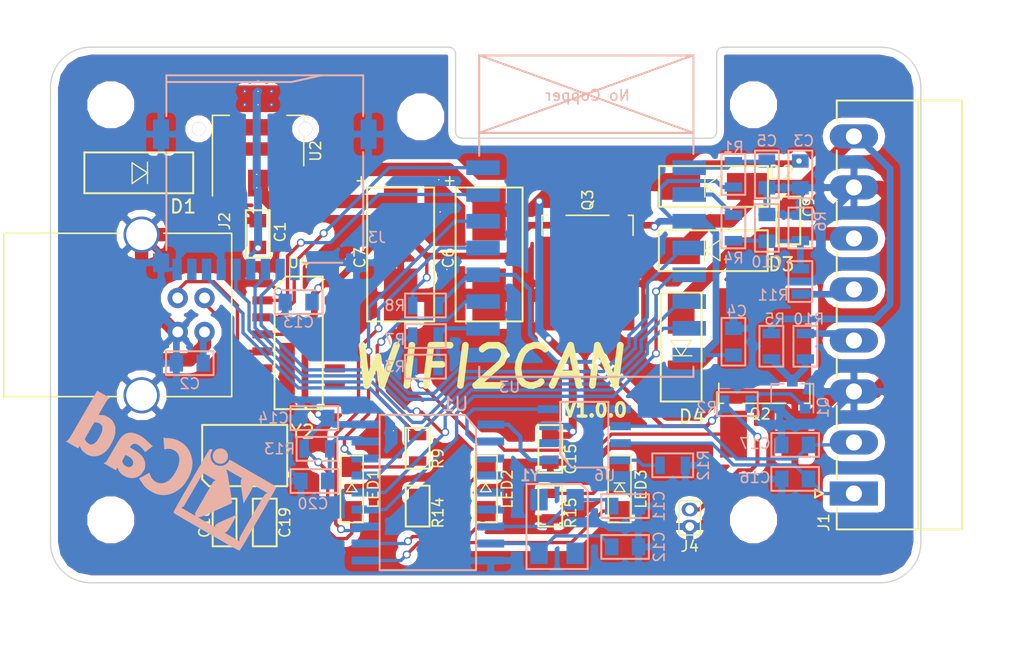
<source format=kicad_pcb>
(kicad_pcb (version 4) (host pcbnew 4.0.6)
  (layers (0 F.Cu signal) (31 B.Cu signal hide) (34 B.Paste user hide) (35 F.Paste user hide) (36 B.SilkS user) (37 F.SilkS user) (38 B.Mask user hide) (39 F.Mask user hide) (44 Edge.Cuts user))
  (net 0 "")
  (net 1 GND)
  (net 2 +3V3)
  (net 3 +5V)
  (net 4 RELAY)
  (net 5 POWER_12V)
  (net 6 "Net-(C10-Pad1)")
  (net 7 "Net-(C11-Pad1)")
  (net 8 CAN_H)
  (net 9 CAN_L)
  (net 10 "Net-(C18-Pad2)")
  (net 11 "Net-(C19-Pad2)")
  (net 12 POWER_USB)
  (net 13 CP)
  (net 14 Ai)
  (net 15 /USB_D-)
  (net 16 /USB_D+)
  (net 17 /mcu_spi_miso)
  (net 18 /mcu_spi_sck)
  (net 19 /mcu_spi_mosi)
  (net 20 /mcu_spi_cs_sd)
  (net 21 /mcu_cp)
  (net 22 "Net-(LED1-Pad1)")
  (net 23 "Net-(LED2-Pad2)")
  (net 24 "Net-(LED2-Pad1)")
  (net 25 "Net-(LED3-Pad2)")
  (net 26 "Net-(LED3-Pad1)")
  (net 27 "Net-(Q1-Pad1)")
  (net 28 "Net-(Q1-Pad3)")
  (net 29 "Net-(Q2-Pad1)")
  (net 30 /mcu_relay)
  (net 31 /mcu_adc)
  (net 32 /mcu_led)
  (net 33 "Net-(R12-Pad1)")
  (net 34 /mcu_can_int)
  (net 35 /mcu_spi_cs_can)
  (net 36 /mcu_rxd)
  (net 37 /mcu_txd)
  (net 38 "Net-(C3-Pad1)")
  (net 39 "Net-(C5-Pad1)")
  (net 40 "Net-(C12-Pad1)")
  (net 41 "Net-(C20-Pad2)")
  (net 42 "Net-(U1-Pad1)")
  (net 43 "Net-(U1-Pad2)")
  (net 44 "Net-(D4-Pad1)")
  (module lib:weikogn (layer F.Cu) (at 44 24.9)
    (fp_text reference "" hide)
    (fp_text value "" hide)
    (pad "" thru_hole circle (at 0 0) (size 0.3 0.3) (drill 0.1) (layers *.Cu) (net 1 GND))
  )
  (module lib:weikogn (layer F.Cu) (at 44.1 27.3)
    (fp_text reference "" hide)
    (fp_text value "" hide)
    (pad "" thru_hole circle (at 0 0) (size 0.3 0.3) (drill 0.1) (layers *.Cu) (net 1 GND))
  )
  (module lib:weikogn (layer F.Cu) (at 30.4 25.5)
    (fp_text reference "" hide)
    (fp_text value "" hide)
    (pad "" thru_hole circle (at 0 0) (size 0.3 0.3) (drill 0.1) (layers *.Cu) (net 2 +3V3))
  )
  (module lib:weikogn (layer F.Cu) (at 30.4 24.5)
    (fp_text reference "" hide)
    (fp_text value "" hide)
    (pad "" thru_hole circle (at 0 0) (size 0.3 0.3) (drill 0.1) (layers *.Cu) (net 2 +3V3))
  )
  (module lib:weikogn (layer F.Cu) (at 31.5 19.3)
    (fp_text reference "" hide)
    (fp_text value "" hide)
    (pad "" thru_hole circle (at 0 0) (size 0.3 0.3) (drill 0.1) (layers *.Cu) (net 2 +3V3))
  )
  (module lib:weikogn (layer F.Cu) (at 30.5 19.3)
    (fp_text reference "" hide)
    (fp_text value "" hide)
    (pad "" thru_hole circle (at 0 0) (size 0.3 0.3) (drill 0.1) (layers *.Cu) (net 2 +3V3))
  )
  (module lib:weikogn (layer F.Cu) (at 29.5 19.3)
    (fp_text reference "" hide)
    (fp_text value "" hide)
    (pad "" thru_hole circle (at 0 0) (size 0.3 0.3) (drill 0.1) (layers *.Cu) (net 2 +3V3))
  )
  (module lib:weikogn (layer F.Cu) (at 31.5 18.3)
    (fp_text reference "" hide)
    (fp_text value "" hide)
    (pad "" thru_hole circle (at 0 0) (size 0.3 0.3) (drill 0.1) (layers *.Cu) (net 2 +3V3))
  )
  (module lib:weikogn (layer F.Cu) (at 30.5 18.3)
    (fp_text reference "" hide)
    (fp_text value "" hide)
    (pad "" thru_hole circle (at 0 0) (size 0.3 0.3) (drill 0.1) (layers *.Cu) (net 2 +3V3))
  )
  (module lib:weikogn (layer F.Cu) (at 40.61 43.64)
    (fp_text reference "" hide)
    (fp_text value "" hide)
    (pad "" thru_hole circle (at 0 0) (size 0.3 0.3) (drill 0.1) (layers *.Cu) (net 1 GND))
  )
  (module TO_SOT_Packages_SMD:SOT-223-3Lead_TabPin2 (layer F.Cu) (at 30.5 22 90)
    (fp_text reference U2 (at -0.75 4.3 90) (layer F.SilkS) (effects (font (size 0.8 0.8) (thickness 0.12))))
    (fp_text value LM1117-3.3)
    (pad 2 smd rect (at 3.15 0 90) (size 2 3.8) (layers F.Cu F.Paste F.Mask) (net 2 +3V3))
    (pad 2 smd rect (at -3.15 0 90) (size 2 1.5) (layers F.Cu F.Paste F.Mask) (net 2 +3V3))
    (pad 3 smd rect (at -3.15 2.3 90) (size 2 1.5) (layers F.Cu F.Paste F.Mask) (net 3 +5V))
    (pad 1 smd rect (at -3.15 -2.3 90) (size 2 1.5) (layers F.Cu F.Paste F.Mask) (net 1 GND))
  )
  (module Capacitors_SMD:CP_Elec_8x6.7 (layer F.Cu) (at 41.148 30.48 270)
    (fp_text reference C7 (at 0.254 3.048 450) (layer F.SilkS) (effects (font (size 0.8 0.8) (thickness 0.12))))
    (fp_text value 100UF)
    (fp_text user + (at -5.5 3 270) (layer F.SilkS) (effects (font (size 0.8 0.8) (thickness 0.12))))
    (pad 1 smd rect (at -3.05 0 90) (size 4 2.5) (layers F.Cu F.Paste F.Mask) (net 2 +3V3))
    (pad 2 smd rect (at 3.05 0 90) (size 4 2.5) (layers F.Cu F.Paste F.Mask) (net 1 GND))
  )
  (module Capacitors_SMD:CP_Elec_8x6.7 (layer F.Cu) (at 47.752 30.48 270)
    (fp_text reference C6 (at 0.254 3.048 450) (layer F.SilkS) (effects (font (size 0.8 0.8) (thickness 0.12))))
    (fp_text value 100UF)
    (fp_text user + (at -5.5 3 270) (layer F.SilkS) (effects (font (size 0.8 0.8) (thickness 0.12))))
    (pad 1 smd rect (at -3.05 0 90) (size 4 2.5) (layers F.Cu F.Paste F.Mask) (net 3 +5V))
    (pad 2 smd rect (at 3.05 0 90) (size 4 2.5) (layers F.Cu F.Paste F.Mask) (net 1 GND))
  )
  (module TO-252-2Lead (layer F.Cu) (at 68.3 40.2 90)
    (fp_text reference Q2 (at -2.2 -0.3 180) (layer F.SilkS) (effects (font (size 0.8 0.8) (thickness 0.12))))
    (fp_text value SQD15N06)
    (pad 1 smd rect (at -3.7 -2.29) (size 2 3.5) (layers F.Cu F.Paste F.Mask) (net 29 "Net-(Q2-Pad1)"))
    (pad 2 smd rect (at -3.7 2.29) (size 2 3.5) (layers F.Cu F.Paste F.Mask) (net 1 GND))
    (pad 3 smd rect (at 3.7 0.01) (size 7 7) (layers F.Cu F.Paste F.Mask) (net 44 "Net-(D4-Pad1)"))
  )
  (module lib:C_0805 (layer F.Cu) (at 30.48 28.956 270)
    (fp_text reference C1 (at -0.156 -1.67 270) (layer F.SilkS) (effects (font (size 0.8 0.8) (thickness 0.12))))
    (fp_text value 1uf)
    (pad 1 smd rect (at -1 0 270) (size 1 1.25) (layers F.Cu F.Paste F.Mask) (net 1 GND))
    (pad 2 smd rect (at 1 0 270) (size 1 1.25) (layers F.Cu F.Paste F.Mask) (net 2 +3V3))
  )
  (module Connectors:1pin (layer F.Cu) (at 42.65 20.2)
    (fp_text reference REF** hide)
    (fp_text value 1pin hide)
    (pad "" np_thru_hole circle (at 0 0) (size 2.5 2.5) (drill 2.5) (layers *.Cu *.Mask))
  )
  (module Connectors_Phoenix:PhoenixContact_MC-G_08x3.81mm_Angled (layer F.Cu) (at 75 35 90)
    (fp_text reference J1 (at -15.5 -2.25 270) (layer F.SilkS) (effects (font (size 0.8 0.8) (thickness 0.12))))
    (fp_text value KF2EDG-8P)
    (pad 1 thru_hole rect (at -13.335 0 90) (size 1.8 3.6) (drill 1.2) (layers *.Cu *.Mask) (net 8 CAN_H))
    (pad 2 thru_hole oval (at -9.525 0 90) (size 1.8 3.6) (drill 1.2) (layers *.Cu *.Mask) (net 9 CAN_L))
    (pad 3 thru_hole oval (at -5.715 0 90) (size 1.8 3.6) (drill 1.2) (layers *.Cu *.Mask) (net 1 GND))
    (pad 4 thru_hole oval (at -1.905 0 90) (size 1.8 3.6) (drill 1.2) (layers *.Cu *.Mask) (net 13 CP))
    (pad 5 thru_hole oval (at 1.905 0 90) (size 1.8 3.6) (drill 1.2) (layers *.Cu *.Mask) (net 14 Ai))
    (pad 6 thru_hole oval (at 5.715 0 90) (size 1.8 3.6) (drill 1.2) (layers *.Cu *.Mask) (net 4 RELAY))
    (pad 7 thru_hole oval (at 9.525 0 90) (size 1.8 3.6) (drill 1.2) (layers *.Cu *.Mask) (net 1 GND))
    (pad 8 thru_hole oval (at 13.335 0 90) (size 1.8 3.6) (drill 1.2) (layers *.Cu *.Mask) (net 5 POWER_12V))
  )
  (module Connectors:USB_B (layer F.Cu) (at 26.5 35 180)
    (fp_text reference J2 (at -1.5 7 270) (layer F.SilkS) (effects (font (size 0.8 0.8) (thickness 0.12))))
    (fp_text value USB_B)
    (pad 2 thru_hole circle (at 0 1.27 90) (size 1.52 1.52) (drill 0.81) (layers *.Cu *.Mask) (net 15 /USB_D-))
    (pad 1 thru_hole circle (at 0 -1.27 90) (size 1.52 1.52) (drill 0.81) (layers *.Cu *.Mask) (net 12 POWER_USB))
    (pad 4 thru_hole circle (at 2 -1.27 90) (size 1.52 1.52) (drill 0.81) (layers *.Cu *.Mask) (net 1 GND))
    (pad 3 thru_hole circle (at 2 1.27 90) (size 1.52 1.52) (drill 0.81) (layers *.Cu *.Mask) (net 16 /USB_D+))
    (pad 5 thru_hole circle (at 4.7 6 90) (size 2.7 2.7) (drill 2.3) (layers *.Cu *.Mask) (net 1 GND))
    (pad 5 thru_hole circle (at 4.7 -6 90) (size 2.7 2.7) (drill 2.3) (layers *.Cu *.Mask) (net 1 GND))
  )
  (module Connectors:1pin (layer F.Cu) (at 67.5 50.3 90)
    (fp_text reference REF** hide)
    (fp_text value 1pin hide)
    (pad "" np_thru_hole circle (at 0 0 90) (size 2.5 2.5) (drill 2.5) (layers *.Cu *.Mask))
  )
  (module Connectors:1pin (layer F.Cu) (at 67.5 19.3)
    (fp_text reference REF** hide)
    (fp_text value 1pin hide)
    (pad "" np_thru_hole circle (at 0 0) (size 2.5 2.5) (drill 2.5) (layers *.Cu *.Mask))
  )
  (module Connectors:1pin (layer F.Cu) (at 19.5 50.3 90)
    (fp_text reference REF** hide)
    (fp_text value 1pin hide)
    (pad "" np_thru_hole circle (at 0 0 90) (size 2.5 2.5) (drill 2.5) (layers *.Cu *.Mask))
  )
  (module Connectors:1pin (layer F.Cu) (at 19.5 19.3)
    (fp_text reference REF** hide)
    (fp_text value 1pin hide)
    (pad "" np_thru_hole circle (at 0 0) (size 2.5 2.5) (drill 2.5) (layers *.Cu *.Mask))
  )
  (module "lib:TF(Micro-SD)" (layer B.Cu) (at 31 24.1 180)
    (fp_text reference J3 (at -8.37 -5.11 180) (layer B.SilkS) (effects (font (size 0.8 0.8) (thickness 0.12)) (justify mirror)))
    (fp_text value Micro_SD_Card)
    (pad 9 smd rect (at 6.55 -7.5 180) (size 0.7 1.6) (layers B.Cu B.Paste B.Mask) (net 1 GND))
    (pad 8 smd rect (at 5.45 -7.5 180) (size 0.7 1.6) (layers B.Cu B.Paste B.Mask))
    (pad 7 smd rect (at 4.35 -7.5 180) (size 0.7 1.6) (layers B.Cu B.Paste B.Mask) (net 17 /mcu_spi_miso))
    (pad 6 smd rect (at 3.25 -7.5 180) (size 0.7 1.6) (layers B.Cu B.Paste B.Mask) (net 1 GND))
    (pad 5 smd rect (at 2.15 -7.5 180) (size 0.7 1.6) (layers B.Cu B.Paste B.Mask) (net 18 /mcu_spi_sck))
    (pad 4 smd rect (at 1.05 -7.5 180) (size 0.7 1.6) (layers B.Cu B.Paste B.Mask) (net 2 +3V3))
    (pad 3 smd rect (at -0.05 -7.5 180) (size 0.7 1.6) (layers B.Cu B.Paste B.Mask) (net 19 /mcu_spi_mosi))
    (pad 2 smd rect (at -1.15 -7.5 180) (size 0.7 1.6) (layers B.Cu B.Paste B.Mask) (net 20 /mcu_spi_cs_sd))
    (pad 1 smd rect (at -2.25 -7.5 180) (size 0.7 1.6) (layers B.Cu B.Paste B.Mask))
    (pad 10 smd rect (at 7.75 -7 180) (size 1.2 1.4) (layers B.Cu B.Paste B.Mask) (net 1 GND))
    (pad 10 smd rect (at -6.85 -7 180) (size 1.6 1.4) (layers B.Cu B.Paste B.Mask) (net 1 GND))
    (pad 10 smd rect (at -7.75 2.6 180) (size 1.2 2.2) (layers B.Cu B.Paste B.Mask) (net 1 GND))
    (pad 10 smd rect (at 7.75 2.6 180) (size 1.2 2.2) (layers B.Cu B.Paste B.Mask) (net 1 GND))
    (pad "" thru_hole circle (at 4.93 3 180) (size 1 1) (drill 1) (layers *.Cu))
    (pad "" thru_hole circle (at -3.05 3 180) (size 1 1) (drill 1) (layers *.Cu))
  )
  (module lib:wifi2can_download (layer F.Cu) (at 62.738 49.53)
    (fp_text reference J4 (at 0 2.75) (layer F.SilkS) (effects (font (size 0.8 0.8) (thickness 0.12))))
    (fp_text value download)
    (pad 1 thru_hole oval (at 0 0) (size 1.2 1) (drill 0.65) (layers *.Cu *.Mask) (net 21 /mcu_cp))
    (pad 2 thru_hole oval (at 0 1.27) (size 1.2 1) (drill 0.65) (layers *.Cu *.Mask) (net 1 GND))
  )
  (module lib:LED_1206 (layer F.Cu) (at 37.5 48 270)
    (fp_text reference LED1 (at 0 -1.6 270) (layer F.SilkS) (effects (font (size 0.8 0.8) (thickness 0.12))))
    (fp_text value LED_Small)
    (pad 2 smd rect (at 1.65 0 90) (size 1.5 1.5) (layers F.Cu F.Paste F.Mask) (net 2 +3V3))
    (pad 1 smd rect (at -1.65 0 90) (size 1.5 1.5) (layers F.Cu F.Paste F.Mask) (net 22 "Net-(LED1-Pad1)"))
  )
  (module lib:LED_1206 (layer F.Cu) (at 47.5 48 270)
    (fp_text reference LED2 (at 0 -1.6 270) (layer F.SilkS) (effects (font (size 0.8 0.8) (thickness 0.12))))
    (fp_text value LED_Small)
    (pad 2 smd rect (at 1.65 0 90) (size 1.5 1.5) (layers F.Cu F.Paste F.Mask) (net 23 "Net-(LED2-Pad2)"))
    (pad 1 smd rect (at -1.65 0 90) (size 1.5 1.5) (layers F.Cu F.Paste F.Mask) (net 24 "Net-(LED2-Pad1)"))
  )
  (module lib:LED_1206 (layer F.Cu) (at 57.5 48 270)
    (fp_text reference LED3 (at 0 -1.6 270) (layer F.SilkS) (effects (font (size 0.8 0.8) (thickness 0.12))))
    (fp_text value LED_Small)
    (pad 2 smd rect (at 1.65 0 90) (size 1.5 1.5) (layers F.Cu F.Paste F.Mask) (net 25 "Net-(LED3-Pad2)"))
    (pad 1 smd rect (at -1.65 0 90) (size 1.5 1.5) (layers F.Cu F.Paste F.Mask) (net 26 "Net-(LED3-Pad1)"))
  )
  (module lib:ESP-12E_SMD (layer B.Cu) (at 62 24 180)
    (fp_text reference U3 (at 12.716 -16.386 180) (layer B.SilkS) (effects (font (size 0.8 0.8) (thickness 0.12)) (justify mirror)))
    (fp_text value ESP-12 hide)
    (fp_text user "No Copper" (at 6.892 5.4 180) (layer B.SilkS) (effects (font (size 0.8 0.8) (thickness 0.12)) (justify mirror)))
    (pad 1 smd rect (at 0 0 180) (size 2.5 1.1) (drill (offset -0.7 0)) (layers B.Cu B.Paste B.Mask) (net 39 "Net-(C5-Pad1)"))
    (pad 2 smd rect (at 0 -2 180) (size 2.5 1.1) (drill (offset -0.7 0)) (layers B.Cu B.Paste B.Mask) (net 31 /mcu_adc))
    (pad 3 smd rect (at 0 -4 180) (size 2.5 1.1) (drill (offset -0.7 0)) (layers B.Cu B.Paste B.Mask) (net 2 +3V3))
    (pad 4 smd rect (at 0 -6 180) (size 2.5 1.1) (drill (offset -0.7 0)) (layers B.Cu B.Paste B.Mask) (net 20 /mcu_spi_cs_sd))
    (pad 5 smd rect (at 0 -8 180) (size 2.5 1.1) (drill (offset -0.7 0)) (layers B.Cu B.Paste B.Mask) (net 18 /mcu_spi_sck))
    (pad 6 smd rect (at 0 -10 180) (size 2.5 1.1) (drill (offset -0.7 0)) (layers B.Cu B.Paste B.Mask) (net 17 /mcu_spi_miso))
    (pad 7 smd rect (at 0 -12 180) (size 2.5 1.1) (drill (offset -0.7 0)) (layers B.Cu B.Paste B.Mask) (net 19 /mcu_spi_mosi))
    (pad 8 smd rect (at 0 -14 180) (size 2.5 1.1) (drill (offset -0.7 0)) (layers B.Cu B.Paste B.Mask) (net 2 +3V3))
    (pad 9 smd rect (at 14 -14 180) (size 2.5 1.1) (drill (offset 0.7 0)) (layers B.Cu B.Paste B.Mask) (net 1 GND))
    (pad 10 smd rect (at 14 -12 180) (size 2.5 1.1) (drill (offset 0.7 0)) (layers B.Cu B.Paste B.Mask) (net 30 /mcu_relay))
    (pad 11 smd rect (at 14 -10 180) (size 2.5 1.1) (drill (offset 0.7 0)) (layers B.Cu B.Paste B.Mask) (net 32 /mcu_led))
    (pad 12 smd rect (at 14 -8 180) (size 2.5 1.1) (drill (offset 0.7 0)) (layers B.Cu B.Paste B.Mask) (net 21 /mcu_cp))
    (pad 13 smd rect (at 14 -6 180) (size 2.5 1.1) (drill (offset 0.7 0)) (layers B.Cu B.Paste B.Mask) (net 34 /mcu_can_int))
    (pad 14 smd rect (at 14 -4 180) (size 2.5 1.1) (drill (offset 0.7 0)) (layers B.Cu B.Paste B.Mask) (net 35 /mcu_spi_cs_can))
    (pad 15 smd rect (at 14 -2 180) (size 2.5 1.1) (drill (offset 0.7 0)) (layers B.Cu B.Paste B.Mask) (net 36 /mcu_rxd))
    (pad 16 smd rect (at 14 0 180) (size 2.5 1.1) (drill (offset 0.7 0)) (layers B.Cu B.Paste B.Mask) (net 37 /mcu_txd))
  )
  (module lib:SOIC-16_3.9x9.9mm_Pitch1.27mm (layer F.Cu) (at 33.528 37.084)
    (fp_text reference U4 (at 0 -6) (layer F.SilkS) (effects (font (size 0.8 0.8) (thickness 0.12))))
    (fp_text value CH340G)
    (pad 1 smd rect (at -2.7 -4.445) (size 1.5 0.6) (layers F.Cu F.Paste F.Mask) (net 1 GND))
    (pad 2 smd rect (at -2.7 -3.175) (size 1.5 0.6) (layers F.Cu F.Paste F.Mask) (net 36 /mcu_rxd))
    (pad 3 smd rect (at -2.7 -1.905) (size 1.5 0.6) (layers F.Cu F.Paste F.Mask) (net 37 /mcu_txd))
    (pad 4 smd rect (at -2.7 -0.635) (size 1.5 0.6) (layers F.Cu F.Paste F.Mask) (net 2 +3V3))
    (pad 5 smd rect (at -2.7 0.635) (size 1.5 0.6) (layers F.Cu F.Paste F.Mask) (net 16 /USB_D+))
    (pad 6 smd rect (at -2.7 1.905) (size 1.5 0.6) (layers F.Cu F.Paste F.Mask) (net 15 /USB_D-))
    (pad 7 smd rect (at -2.7 3.175) (size 1.5 0.6) (layers F.Cu F.Paste F.Mask) (net 10 "Net-(C18-Pad2)"))
    (pad 8 smd rect (at -2.7 4.445) (size 1.5 0.6) (layers F.Cu F.Paste F.Mask) (net 11 "Net-(C19-Pad2)"))
    (pad 9 smd rect (at 2.7 4.445) (size 1.5 0.6) (layers F.Cu F.Paste F.Mask))
    (pad 10 smd rect (at 2.7 3.175) (size 1.5 0.6) (layers F.Cu F.Paste F.Mask))
    (pad 11 smd rect (at 2.7 1.905) (size 1.5 0.6) (layers F.Cu F.Paste F.Mask))
    (pad 12 smd rect (at 2.7 0.635) (size 1.5 0.6) (layers F.Cu F.Paste F.Mask))
    (pad 13 smd rect (at 2.7 -0.635) (size 1.5 0.6) (layers F.Cu F.Paste F.Mask))
    (pad 14 smd rect (at 2.7 -1.905) (size 1.5 0.6) (layers F.Cu F.Paste F.Mask))
    (pad 15 smd rect (at 2.7 -3.175) (size 1.5 0.6) (layers F.Cu F.Paste F.Mask))
    (pad 16 smd rect (at 2.7 -4.445) (size 1.5 0.6) (layers F.Cu F.Paste F.Mask) (net 2 +3V3))
  )
  (module lib:SOIC-8_3.9x4.9mm_Pitch1.27mm (layer B.Cu) (at 54.864 43.942)
    (fp_text reference U6 (at 1.524 3.048) (layer B.SilkS) (effects (font (size 0.8 0.8) (thickness 0.12)) (justify mirror)))
    (fp_text value TJA1051T)
    (pad 1 smd rect (at -2.7 1.905) (size 1.55 0.6) (layers B.Cu B.Paste B.Mask) (net 42 "Net-(U1-Pad1)"))
    (pad 2 smd rect (at -2.7 0.635) (size 1.55 0.6) (layers B.Cu B.Paste B.Mask) (net 1 GND))
    (pad 3 smd rect (at -2.7 -0.635) (size 1.55 0.6) (layers B.Cu B.Paste B.Mask) (net 3 +5V))
    (pad 4 smd rect (at -2.7 -1.905) (size 1.55 0.6) (layers B.Cu B.Paste B.Mask) (net 43 "Net-(U1-Pad2)"))
    (pad 5 smd rect (at 2.7 -1.905) (size 1.55 0.6) (layers B.Cu B.Paste B.Mask))
    (pad 6 smd rect (at 2.7 -0.635) (size 1.55 0.6) (layers B.Cu B.Paste B.Mask) (net 9 CAN_L))
    (pad 7 smd rect (at 2.7 0.635) (size 1.55 0.6) (layers B.Cu B.Paste B.Mask) (net 8 CAN_H))
    (pad 8 smd rect (at 2.7 1.905) (size 1.55 0.6) (layers B.Cu B.Paste B.Mask) (net 33 "Net-(R12-Pad1)"))
  )
  (module lib:C_0805 (layer B.Cu) (at 25.4 38.6 180)
    (fp_text reference C2 (at 0 -1.532 180) (layer B.SilkS) (effects (font (size 0.8 0.8) (thickness 0.12)) (justify mirror)))
    (fp_text value 10UF)
    (pad 1 smd rect (at -1 0 180) (size 1 1.25) (layers B.Cu B.Paste B.Mask) (net 12 POWER_USB))
    (pad 2 smd rect (at 1 0 180) (size 1 1.25) (layers B.Cu B.Paste B.Mask) (net 1 GND))
  )
  (module lib:C_0805 (layer B.Cu) (at 71 24.5 270)
    (fp_text reference C3 (at -2.5 -0.25 360) (layer B.SilkS) (effects (font (size 0.8 0.8) (thickness 0.12)) (justify mirror)))
    (fp_text value 10UF)
    (pad 1 smd rect (at -1 0 270) (size 1 1.25) (layers B.Cu B.Paste B.Mask) (net 38 "Net-(C3-Pad1)"))
    (pad 2 smd rect (at 1 0 270) (size 1 1.25) (layers B.Cu B.Paste B.Mask) (net 1 GND))
  )
  (module lib:C_0805 (layer B.Cu) (at 66 37 270)
    (fp_text reference C4 (at -2.286 -0.254 360) (layer B.SilkS) (effects (font (size 0.8 0.8) (thickness 0.12)) (justify mirror)))
    (fp_text value 1uf)
    (pad 1 smd rect (at -1 0 270) (size 1 1.25) (layers B.Cu B.Paste B.Mask) (net 1 GND))
    (pad 2 smd rect (at 1 0 270) (size 1 1.25) (layers B.Cu B.Paste B.Mask) (net 2 +3V3))
  )
  (module lib:C_0805 (layer B.Cu) (at 68.5 24.5 270)
    (fp_text reference C5 (at -2.5 0 360) (layer B.SilkS) (effects (font (size 0.8 0.8) (thickness 0.12)) (justify mirror)))
    (fp_text value 10UF)
    (pad 1 smd rect (at -1 0 270) (size 1 1.25) (layers B.Cu B.Paste B.Mask) (net 39 "Net-(C5-Pad1)"))
    (pad 2 smd rect (at 1 0 270) (size 1 1.25) (layers B.Cu B.Paste B.Mask) (net 1 GND))
  )
  (module lib:C_0805 (layer F.Cu) (at 70.104 27.94 90)
    (fp_text reference C9 (at 1.016 1.524 90) (layer F.SilkS) (effects (font (size 0.8 0.8) (thickness 0.12))))
    (fp_text value 1pF)
    (pad 1 smd rect (at -1 0 90) (size 1 1.25) (layers F.Cu F.Paste F.Mask) (net 4 RELAY))
    (pad 2 smd rect (at 1 0 90) (size 1 1.25) (layers F.Cu F.Paste F.Mask) (net 5 POWER_12V))
  )
  (module lib:C_0805 (layer B.Cu) (at 68.5 28.5 90)
    (fp_text reference C10 (at -2.54 0 360) (layer B.SilkS) (effects (font (size 0.8 0.8) (thickness 0.12)) (justify mirror)))
    (fp_text value 1UF)
    (pad 1 smd rect (at -1 0 90) (size 1 1.25) (layers B.Cu B.Paste B.Mask) (net 6 "Net-(C10-Pad1)"))
    (pad 2 smd rect (at 1 0 90) (size 1 1.25) (layers B.Cu B.Paste B.Mask) (net 1 GND))
  )
  (module lib:C_0805 (layer B.Cu) (at 57.912 49.276)
    (fp_text reference C11 (at 2.54 0 90) (layer B.SilkS) (effects (font (size 0.8 0.8) (thickness 0.12)) (justify mirror)))
    (fp_text value 22p)
    (pad 1 smd rect (at -1 0) (size 1 1.25) (layers B.Cu B.Paste B.Mask) (net 7 "Net-(C11-Pad1)"))
    (pad 2 smd rect (at 1 0) (size 1 1.25) (layers B.Cu B.Paste B.Mask) (net 1 GND))
  )
  (module lib:C_0805 (layer B.Cu) (at 57.912 52.324)
    (fp_text reference C12 (at 2.54 0 270) (layer B.SilkS) (effects (font (size 0.8 0.8) (thickness 0.12)) (justify mirror)))
    (fp_text value 22p)
    (pad 1 smd rect (at -1 0) (size 1 1.25) (layers B.Cu B.Paste B.Mask) (net 40 "Net-(C12-Pad1)"))
    (pad 2 smd rect (at 1 0) (size 1 1.25) (layers B.Cu B.Paste B.Mask) (net 1 GND))
  )
  (module lib:C_0805 (layer B.Cu) (at 33.528 34.036)
    (fp_text reference C13 (at 0 1.5) (layer B.SilkS) (effects (font (size 0.8 0.8) (thickness 0.12)) (justify mirror)))
    (fp_text value 1uf)
    (pad 1 smd rect (at -1 0) (size 1 1.25) (layers B.Cu B.Paste B.Mask) (net 1 GND))
    (pad 2 smd rect (at 1 0) (size 1 1.25) (layers B.Cu B.Paste B.Mask) (net 2 +3V3))
  )
  (module lib:C_0805 (layer B.Cu) (at 34.7 42.7)
    (fp_text reference C14 (at -3.048 0) (layer B.SilkS) (effects (font (size 0.8 0.8) (thickness 0.12)) (justify mirror)))
    (fp_text value 1uf)
    (pad 1 smd rect (at -1 0) (size 1 1.25) (layers B.Cu B.Paste B.Mask) (net 1 GND))
    (pad 2 smd rect (at 1 0) (size 1 1.25) (layers B.Cu B.Paste B.Mask) (net 2 +3V3))
  )
  (module lib:C_0805 (layer F.Cu) (at 52.324 45 90)
    (fp_text reference C15 (at -0.762 1.524 90) (layer F.SilkS) (effects (font (size 0.8 0.8) (thickness 0.12))))
    (fp_text value 1uf)
    (pad 1 smd rect (at -1 0 90) (size 1 1.25) (layers F.Cu F.Paste F.Mask) (net 1 GND))
    (pad 2 smd rect (at 1 0 90) (size 1 1.25) (layers F.Cu F.Paste F.Mask) (net 3 +5V))
  )
  (module lib:C_0805 (layer B.Cu) (at 70.612 47.244)
    (fp_text reference C16 (at -3 -0.1) (layer B.SilkS) (effects (font (size 0.8 0.8) (thickness 0.12)) (justify mirror)))
    (fp_text value 1pf)
    (pad 1 smd rect (at -1 0) (size 1 1.25) (layers B.Cu B.Paste B.Mask) (net 1 GND))
    (pad 2 smd rect (at 1 0) (size 1 1.25) (layers B.Cu B.Paste B.Mask) (net 8 CAN_H))
  )
  (module lib:C_0805 (layer B.Cu) (at 70.612 44.704)
    (fp_text reference C17 (at -3 -0.1) (layer B.SilkS) (effects (font (size 0.8 0.8) (thickness 0.12)) (justify mirror)))
    (fp_text value 1pf)
    (pad 1 smd rect (at -1 0) (size 1 1.25) (layers B.Cu B.Paste B.Mask) (net 1 GND))
    (pad 2 smd rect (at 1 0) (size 1 1.25) (layers B.Cu B.Paste B.Mask) (net 9 CAN_L))
  )
  (module lib:C_0805 (layer F.Cu) (at 28 50.5 90)
    (fp_text reference C18 (at 0 -1.5 90) (layer F.SilkS) (effects (font (size 0.8 0.8) (thickness 0.12))))
    (fp_text value 22p)
    (pad 1 smd rect (at -1 0 90) (size 1 1.25) (layers F.Cu F.Paste F.Mask) (net 1 GND))
    (pad 2 smd rect (at 1 0 90) (size 1 1.25) (layers F.Cu F.Paste F.Mask) (net 10 "Net-(C18-Pad2)"))
  )
  (module lib:C_0805 (layer F.Cu) (at 31 50.5 90)
    (fp_text reference C19 (at 0 1.5 90) (layer F.SilkS) (effects (font (size 0.8 0.8) (thickness 0.12))))
    (fp_text value 22p)
    (pad 1 smd rect (at -1 0 90) (size 1 1.25) (layers F.Cu F.Paste F.Mask) (net 1 GND))
    (pad 2 smd rect (at 1 0 90) (size 1 1.25) (layers F.Cu F.Paste F.Mask) (net 11 "Net-(C19-Pad2)"))
  )
  (module lib:C_0805 (layer B.Cu) (at 34.7 47.4)
    (fp_text reference C20 (at -0.1 1.7) (layer B.SilkS) (effects (font (size 0.8 0.8) (thickness 0.12)) (justify mirror)))
    (fp_text value 1uf)
    (pad 1 smd rect (at -1 0) (size 1 1.25) (layers B.Cu B.Paste B.Mask) (net 1 GND))
    (pad 2 smd rect (at 1 0) (size 1 1.25) (layers B.Cu B.Paste B.Mask) (net 41 "Net-(C20-Pad2)"))
  )
  (module TO_SOT_Packages_SMD:SOT-23 (layer B.Cu) (at 70.4 40.9 90)
    (fp_text reference Q1 (at -1 2.3 90) (layer B.SilkS) (effects (font (size 0.8 0.8) (thickness 0.12)) (justify mirror)))
    (fp_text value 2N7002)
    (pad 1 smd rect (at -1 0.95 90) (size 0.9 0.8) (layers B.Cu B.Paste B.Mask) (net 27 "Net-(Q1-Pad1)"))
    (pad 2 smd rect (at -1 -0.95 90) (size 0.9 0.8) (layers B.Cu B.Paste B.Mask) (net 1 GND))
    (pad 3 smd rect (at 1 0 90) (size 0.9 0.8) (layers B.Cu B.Paste B.Mask) (net 28 "Net-(Q1-Pad3)"))
  )
  (module lib:R_0805 (layer B.Cu) (at 66 24.5 90)
    (fp_text reference R1 (at 2.032 0 180) (layer B.SilkS) (effects (font (size 0.8 0.8) (thickness 0.12)) (justify mirror)))
    (fp_text value 50K)
    (pad 1 smd rect (at -0.95 0 90) (size 0.7 1.3) (layers B.Cu B.Paste B.Mask) (net 2 +3V3))
    (pad 2 smd rect (at 0.95 0 90) (size 0.7 1.3) (layers B.Cu B.Paste B.Mask) (net 39 "Net-(C5-Pad1)"))
  )
  (module lib:R_0805 (layer B.Cu) (at 66.294 41.656 180)
    (fp_text reference R2 (at 2.286 -0.254 180) (layer B.SilkS) (effects (font (size 0.8 0.8) (thickness 0.12)) (justify mirror)))
    (fp_text value 68)
    (pad 1 smd rect (at -0.95 0 180) (size 0.7 1.3) (layers B.Cu B.Paste B.Mask) (net 27 "Net-(Q1-Pad1)"))
    (pad 2 smd rect (at 0.95 0 180) (size 0.7 1.3) (layers B.Cu B.Paste B.Mask) (net 21 /mcu_cp))
  )
  (module lib:R_0805 (layer B.Cu) (at 43 38.862)
    (fp_text reference R3 (at -2.286 0) (layer B.SilkS) (effects (font (size 0.8 0.8) (thickness 0.12)) (justify mirror)))
    (fp_text value 68)
    (pad 1 smd rect (at -0.95 0) (size 0.7 1.3) (layers B.Cu B.Paste B.Mask) (net 29 "Net-(Q2-Pad1)"))
    (pad 2 smd rect (at 0.95 0) (size 0.7 1.3) (layers B.Cu B.Paste B.Mask) (net 30 /mcu_relay))
  )
  (module lib:R_0805 (layer B.Cu) (at 66 28.5 90)
    (fp_text reference R4 (at -2.25 0 180) (layer B.SilkS) (effects (font (size 0.8 0.8) (thickness 0.12)) (justify mirror)))
    (fp_text value 68)
    (pad 1 smd rect (at -0.95 0 90) (size 0.7 1.3) (layers B.Cu B.Paste B.Mask) (net 6 "Net-(C10-Pad1)"))
    (pad 2 smd rect (at 0.95 0 90) (size 0.7 1.3) (layers B.Cu B.Paste B.Mask) (net 31 /mcu_adc))
  )
  (module lib:R_0805 (layer B.Cu) (at 68.834 37.338 90)
    (fp_text reference R5 (at 2.032 0.254 180) (layer B.SilkS) (effects (font (size 0.8 0.8) (thickness 0.12)) (justify mirror)))
    (fp_text value 1K)
    (pad 1 smd rect (at -0.95 0 90) (size 0.7 1.3) (layers B.Cu B.Paste B.Mask) (net 28 "Net-(Q1-Pad3)"))
    (pad 2 smd rect (at 0.95 0 90) (size 0.7 1.3) (layers B.Cu B.Paste B.Mask) (net 5 POWER_12V))
  )
  (module lib:R_0805 (layer B.Cu) (at 71 28.5 90)
    (fp_text reference R6 (at 0.5 1.5 270) (layer B.SilkS) (effects (font (size 0.8 0.8) (thickness 0.12)) (justify mirror)))
    (fp_text value 5K)
    (pad 1 smd rect (at -0.95 0 90) (size 0.7 1.3) (layers B.Cu B.Paste B.Mask) (net 6 "Net-(C10-Pad1)"))
    (pad 2 smd rect (at 0.95 0 90) (size 0.7 1.3) (layers B.Cu B.Paste B.Mask) (net 1 GND))
  )
  (module lib:R_0805 (layer B.Cu) (at 43 36.576)
    (fp_text reference R7 (at -2.286 0.254) (layer B.SilkS) (effects (font (size 0.8 0.8) (thickness 0.12)) (justify mirror)))
    (fp_text value 20K)
    (pad 1 smd rect (at -0.95 0) (size 0.7 1.3) (layers B.Cu B.Paste B.Mask) (net 1 GND))
    (pad 2 smd rect (at 0.95 0) (size 0.7 1.3) (layers B.Cu B.Paste B.Mask) (net 30 /mcu_relay))
  )
  (module lib:R_0805 (layer B.Cu) (at 43 34.29)
    (fp_text reference R8 (at -2.286 0) (layer B.SilkS) (effects (font (size 0.8 0.8) (thickness 0.12)) (justify mirror)))
    (fp_text value 20K)
    (pad 1 smd rect (at -0.95 0) (size 0.7 1.3) (layers B.Cu B.Paste B.Mask) (net 2 +3V3))
    (pad 2 smd rect (at 0.95 0) (size 0.7 1.3) (layers B.Cu B.Paste B.Mask) (net 21 /mcu_cp))
  )
  (module lib:R_0805 (layer F.Cu) (at 42.418 44.958 90)
    (fp_text reference R9 (at -0.762 1.524 270) (layer F.SilkS) (effects (font (size 0.8 0.8) (thickness 0.12))))
    (fp_text value 1K)
    (pad 1 smd rect (at -0.95 0 90) (size 0.7 1.3) (layers F.Cu F.Paste F.Mask) (net 22 "Net-(LED1-Pad1)"))
    (pad 2 smd rect (at 0.95 0 90) (size 0.7 1.3) (layers F.Cu F.Paste F.Mask) (net 32 /mcu_led))
  )
  (module lib:R_0805 (layer B.Cu) (at 71.374 37.338 270)
    (fp_text reference R10 (at -2.032 -0.254 360) (layer B.SilkS) (effects (font (size 0.8 0.8) (thickness 0.12)) (justify mirror)))
    (fp_text value 1R)
    (pad 1 smd rect (at -0.95 0 270) (size 0.7 1.3) (layers B.Cu B.Paste B.Mask) (net 13 CP))
    (pad 2 smd rect (at 0.95 0 270) (size 0.7 1.3) (layers B.Cu B.Paste B.Mask) (net 28 "Net-(Q1-Pad3)"))
  )
  (module lib:R_0805 (layer B.Cu) (at 71 32.5 90)
    (fp_text reference R11 (at -1.016 -2.032 180) (layer B.SilkS) (effects (font (size 0.8 0.8) (thickness 0.12)) (justify mirror)))
    (fp_text value 50K)
    (pad 1 smd rect (at -0.95 0 90) (size 0.7 1.3) (layers B.Cu B.Paste B.Mask) (net 14 Ai))
    (pad 2 smd rect (at 0.95 0 90) (size 0.7 1.3) (layers B.Cu B.Paste B.Mask) (net 6 "Net-(C10-Pad1)"))
  )
  (module lib:R_0805 (layer B.Cu) (at 61.468 46.228)
    (fp_text reference R12 (at 2.286 0 90) (layer B.SilkS) (effects (font (size 0.8 0.8) (thickness 0.12)) (justify mirror)))
    (fp_text value 10K)
    (pad 1 smd rect (at -0.95 0) (size 0.7 1.3) (layers B.Cu B.Paste B.Mask) (net 33 "Net-(R12-Pad1)"))
    (pad 2 smd rect (at 0.95 0) (size 0.7 1.3) (layers B.Cu B.Paste B.Mask) (net 1 GND))
  )
  (module lib:R_0805 (layer B.Cu) (at 34.9 45)
    (fp_text reference R13 (at -2.794 0) (layer B.SilkS) (effects (font (size 0.8 0.8) (thickness 0.12)) (justify mirror)))
    (fp_text value 10K)
    (pad 1 smd rect (at -0.95 0) (size 0.7 1.3) (layers B.Cu B.Paste B.Mask) (net 2 +3V3))
    (pad 2 smd rect (at 0.95 0) (size 0.7 1.3) (layers B.Cu B.Paste B.Mask) (net 41 "Net-(C20-Pad2)"))
  )
  (module lib:R_0805 (layer F.Cu) (at 42.418 49.276 90)
    (fp_text reference R14 (at -0.508 1.524 270) (layer F.SilkS) (effects (font (size 0.8 0.8) (thickness 0.12))))
    (fp_text value 1K)
    (pad 1 smd rect (at -0.95 0 90) (size 0.7 1.3) (layers F.Cu F.Paste F.Mask) (net 1 GND))
    (pad 2 smd rect (at 0.95 0 90) (size 0.7 1.3) (layers F.Cu F.Paste F.Mask) (net 24 "Net-(LED2-Pad1)"))
  )
  (module lib:R_0805 (layer F.Cu) (at 52.324 49.276 90)
    (fp_text reference R15 (at -0.508 1.524 90) (layer F.SilkS) (effects (font (size 0.8 0.8) (thickness 0.12))))
    (fp_text value 1K)
    (pad 1 smd rect (at -0.95 0 90) (size 0.7 1.3) (layers F.Cu F.Paste F.Mask) (net 1 GND))
    (pad 2 smd rect (at 0.95 0 90) (size 0.7 1.3) (layers F.Cu F.Paste F.Mask) (net 26 "Net-(LED3-Pad1)"))
  )
  (module lib:78m05 (layer F.Cu) (at 55.118 28.956 270)
    (fp_text reference Q3 (at -2.54 0 270) (layer F.SilkS) (effects (font (size 0.8 0.8) (thickness 0.12))))
    (fp_text value 7805)
    (pad VI smd rect (at -3.7 -2.29 180) (size 2 3.5) (layers F.Cu F.Paste F.Mask) (net 38 "Net-(C3-Pad1)"))
    (pad VO smd rect (at -3.7 2.29 180) (size 2 3.5) (layers F.Cu F.Paste F.Mask) (net 3 +5V))
    (pad GND smd rect (at 3.7 0.01 180) (size 7 7) (layers F.Cu F.Paste F.Mask) (net 1 GND))
  )
  (module lib:SOIC-18W_7.5x11.6mm_Pitch1.27mm (layer B.Cu) (at 43.18 48.26 180)
    (fp_text reference U1 (at -2.032 6.604 180) (layer B.SilkS) (effects (justify mirror)))
    (fp_text value MCP2515-E/ST)
    (pad 1 smd rect (at -4.7 5.08 180) (size 2 0.6) (layers B.Cu B.Paste B.Mask) (net 42 "Net-(U1-Pad1)"))
    (pad 2 smd rect (at -4.7 3.81 180) (size 2 0.6) (layers B.Cu B.Paste B.Mask) (net 43 "Net-(U1-Pad2)"))
    (pad 3 smd rect (at -4.7 2.54 180) (size 2 0.6) (layers B.Cu B.Paste B.Mask))
    (pad 4 smd rect (at -4.7 1.27 180) (size 2 0.6) (layers B.Cu B.Paste B.Mask))
    (pad 5 smd rect (at -4.7 0 180) (size 2 0.6) (layers B.Cu B.Paste B.Mask))
    (pad 6 smd rect (at -4.7 -1.27 180) (size 2 0.6) (layers B.Cu B.Paste B.Mask))
    (pad 7 smd rect (at -4.7 -2.54 180) (size 2 0.6) (layers B.Cu B.Paste B.Mask) (net 7 "Net-(C11-Pad1)"))
    (pad 8 smd rect (at -4.7 -3.81 180) (size 2 0.6) (layers B.Cu B.Paste B.Mask) (net 40 "Net-(C12-Pad1)"))
    (pad 9 smd rect (at -4.7 -5.08 180) (size 2 0.6) (layers B.Cu B.Paste B.Mask) (net 1 GND))
    (pad 10 smd rect (at 4.7 -5.08 180) (size 2 0.6) (layers B.Cu B.Paste B.Mask) (net 25 "Net-(LED3-Pad2)"))
    (pad 11 smd rect (at 4.7 -3.81 180) (size 2 0.6) (layers B.Cu B.Paste B.Mask) (net 23 "Net-(LED2-Pad2)"))
    (pad 12 smd rect (at 4.7 -2.54 180) (size 2 0.6) (layers B.Cu B.Paste B.Mask) (net 34 /mcu_can_int))
    (pad 13 smd rect (at 4.7 -1.27 180) (size 2 0.6) (layers B.Cu B.Paste B.Mask) (net 18 /mcu_spi_sck))
    (pad 14 smd rect (at 4.7 0 180) (size 2 0.6) (layers B.Cu B.Paste B.Mask) (net 19 /mcu_spi_mosi))
    (pad 15 smd rect (at 4.7 1.27 180) (size 2 0.6) (layers B.Cu B.Paste B.Mask) (net 17 /mcu_spi_miso))
    (pad 16 smd rect (at 4.7 2.54 180) (size 2 0.6) (layers B.Cu B.Paste B.Mask) (net 35 /mcu_spi_cs_can))
    (pad 17 smd rect (at 4.7 3.81 180) (size 2 0.6) (layers B.Cu B.Paste B.Mask) (net 41 "Net-(C20-Pad2)"))
    (pad 18 smd rect (at 4.7 5.08 180) (size 2 0.6) (layers B.Cu B.Paste B.Mask) (net 2 +3V3))
  )
  (module lib:D_SMB_Handsoldering (layer F.Cu) (at 62.1 37.4 90)
    (fp_text reference D4 (at -5.2 0.8 180) (layer F.SilkS))
    (fp_text value D)
    (pad 1 smd rect (at -2.5 0 90) (size 3 2) (layers F.Cu F.Paste F.Mask) (net 44 "Net-(D4-Pad1)"))
    (pad 2 smd rect (at 2.5 0 90) (size 3 2) (layers F.Cu F.Paste F.Mask) (net 4 RELAY))
  )
  (module lib:Crystal_SMD_5032-4pin_5.0x3.2mm (layer F.Cu) (at 29.5 45.5)
    (fp_text reference Y2 (at 4.318 -1.778) (layer F.SilkS))
    (fp_text value 12M)
    (pad 1 smd rect (at -2 1.35) (size 1.6 1.3) (layers F.Cu F.Mask) (net 10 "Net-(C18-Pad2)"))
    (pad "" smd rect (at 2 1.35) (size 1.6 1.3) (layers F.Cu F.Mask))
    (pad 2 smd rect (at 2 -1.35) (size 1.6 1.3) (layers F.Cu F.Mask) (net 11 "Net-(C19-Pad2)"))
    (pad "" smd rect (at -2 -1.35) (size 1.6 1.3) (layers F.Cu F.Mask))
  )
  (module lib:D_SMB_Handsoldering (layer F.Cu) (at 21.59 24.384 180)
    (fp_text reference D1 (at -3.31 -2.516 180) (layer F.SilkS))
    (fp_text value D)
    (pad 1 smd rect (at -2.5 0 180) (size 3 2) (layers F.Cu F.Paste F.Mask) (net 3 +5V))
    (pad 2 smd rect (at 2.5 0 180) (size 3 2) (layers F.Cu F.Paste F.Mask) (net 12 POWER_USB))
  )
  (module lib:D_SMB_Handsoldering (layer F.Cu) (at 64.516 25.4)
    (fp_text reference D2 (at 5.08 -1.016) (layer F.SilkS))
    (fp_text value D)
    (pad 1 smd rect (at -2.5 0) (size 3 2) (layers F.Cu F.Paste F.Mask) (net 38 "Net-(C3-Pad1)"))
    (pad 2 smd rect (at 2.5 0) (size 3 2) (layers F.Cu F.Paste F.Mask) (net 5 POWER_12V))
  )
  (module lib:D_SMB_Handsoldering (layer F.Cu) (at 64.5 30.2)
    (fp_text reference D3 (at 5.08 1.016) (layer F.SilkS))
    (fp_text value D)
    (pad 1 smd rect (at -2.5 0) (size 3 2) (layers F.Cu F.Paste F.Mask) (net 5 POWER_12V))
    (pad 2 smd rect (at 2.5 0) (size 3 2) (layers F.Cu F.Paste F.Mask) (net 4 RELAY))
  )
  (module lib:Crystal_SMD_5032-4pin_5.0x3.2mm (layer B.Cu) (at 52.832 50.8 270)
    (fp_text reference Y1 (at -3.81 2.032 360) (layer B.SilkS) (effects (font (size 0.8 0.8)) (justify mirror)))
    (fp_text value 12M)
    (pad 1 smd rect (at -2 -1.35 270) (size 1.6 1.3) (layers B.Cu B.Mask) (net 7 "Net-(C11-Pad1)"))
    (pad "" smd rect (at 2 -1.35 270) (size 1.6 1.3) (layers B.Cu B.Mask))
    (pad 2 smd rect (at 2 1.35 270) (size 1.6 1.3) (layers B.Cu B.Mask) (net 40 "Net-(C12-Pad1)"))
    (pad "" smd rect (at -2 1.35 270) (size 1.6 1.3) (layers B.Cu B.Mask))
  )
  (module lib:weikogn (layer F.Cu) (at 44.6 31.6)
    (fp_text reference "" hide)
    (fp_text value "" hide)
    (pad "" thru_hole circle (at 0 0) (size 0.3 0.3) (drill 0.1) (layers *.Cu) (net 1 GND))
  )
  (module Symbols:KiCad-Logo_6mm_SilkScreen (layer B.Cu) (at 24 46.2 150)
    (fp_text reference REF*** hide)
    (fp_text value KiCad-Logo_6mm_SilkScreen hide)
  )
  (module lib:weikogn (layer F.Cu) (at 29.5 18.3)
    (fp_text reference "" hide)
    (fp_text value "" hide)
    (pad "" thru_hole circle (at 0 0) (size 0.3 0.3) (drill 0.1) (layers *.Cu) (net 2 +3V3))
  )
  (gr_text V1.0.0 (at 55.7 42.1) (layer F.SilkS) (effects (font (size 1 1) (thickness 0.25))))
  (gr_text WIFI2CAN (at 47.7 38.9) (layer F.SilkS) (effects (font (size 3 3) (thickness 0.5) italic)))
  (gr_arc (start 64.25 21.3) (end 64.75 21.3) (angle 90) (layer Edge.Cuts) (width 0.1))
  (gr_arc (start 45.75 21.3) (end 45.75 21.8) (angle 90) (layer Edge.Cuts) (width 0.1))
  (gr_line (start 77 15) (end 65.25 15) (angle 90) (layer Edge.Cuts) (width 0.1))
  (gr_arc (start 65.25 15.5) (end 64.75 15.5) (angle 90) (layer Edge.Cuts) (width 0.1))
  (gr_arc (start 44.75 15.5) (end 44.75 15) (angle 90) (layer Edge.Cuts) (width 0.1))
  (gr_line (start 64.75 21.3) (end 64.75 15.5) (angle 90) (layer Edge.Cuts) (width 0.1))
  (gr_line (start 45.75 21.8) (end 64.25 21.8) (angle 90) (layer Edge.Cuts) (width 0.1))
  (gr_line (start 45.25 15.5) (end 45.25 21.3) (angle 90) (layer Edge.Cuts) (width 0.1))
  (gr_line (start 18 15) (end 44.75 15) (angle 90) (layer Edge.Cuts) (width 0.1))
  (gr_arc (start 18 52) (end 18 55) (angle 90) (layer Edge.Cuts) (width 0.1))
  (gr_arc (start 77 52) (end 80 52) (angle 90) (layer Edge.Cuts) (width 0.1))
  (gr_arc (start 77 18) (end 77 15) (angle 90) (layer Edge.Cuts) (width 0.1))
  (gr_arc (start 18 18) (end 15 18) (angle 90) (layer Edge.Cuts) (width 0.1))
  (gr_line (start 15 52) (end 15 18) (angle 90) (layer Edge.Cuts) (width 0.1))
  (gr_line (start 77 55) (end 18 55) (angle 90) (layer Edge.Cuts) (width 0.1))
  (gr_line (start 80 18) (end 80 52) (angle 90) (layer Edge.Cuts) (width 0.1))
  (segment (start 24.45 31.6) (end 23.75 31.6) (width 0.3) (layer B.Cu) (net 1))
  (segment (start 23.25 31.1) (end 23.25 30.45) (width 0.3) (layer B.Cu) (net 1))
  (segment (start 23.75 31.6) (end 23.25 31.1) (width 0.3) (layer B.Cu) (net 1))
  (segment (start 23.25 30.45) (end 21.8 29) (width 0.3) (layer B.Cu) (net 1))
  (segment (start 62.738 50.8) (end 63.5 50.8) (width 0.5) (layer F.Cu) (net 1))
  (segment (start 70.59 46.31) (end 70.59 43.9) (width 0.5) (layer F.Cu) (net 1))
  (segment (start 69.5 47.4) (end 70.59 46.31) (width 0.5) (layer F.Cu) (net 1))
  (segment (start 66.9 47.4) (end 69.5 47.4) (width 0.5) (layer F.Cu) (net 1))
  (segment (start 63.5 50.8) (end 66.9 47.4) (width 0.5) (layer F.Cu) (net 1))
  (segment (start 52.324 46) (end 55.613176 46) (width 0.5) (layer F.Cu) (net 1))
  (segment (start 61.6 50.8) (end 62.738 50.8) (width 0.5) (layer F.Cu) (net 1))
  (segment (start 60.9 50.1) (end 61.6 50.8) (width 0.5) (layer F.Cu) (net 1))
  (segment (start 60.9 46.4) (end 60.9 50.1) (width 0.5) (layer F.Cu) (net 1))
  (segment (start 59.2 44.7) (end 60.9 46.4) (width 0.5) (layer F.Cu) (net 1))
  (segment (start 56.913176 44.7) (end 59.2 44.7) (width 0.5) (layer F.Cu) (net 1))
  (segment (start 55.613176 46) (end 56.913176 44.7) (width 0.5) (layer F.Cu) (net 1))
  (segment (start 55.108 32.656) (end 54.444 32.656) (width 0.6) (layer F.Cu) (net 1))
  (segment (start 54.444 32.656) (end 49.1 38) (width 0.6) (layer F.Cu) (net 1))
  (segment (start 49.1 38) (end 48 38) (width 0.6) (layer B.Cu) (net 1))
  (via (at 49.1 38) (size 0.6) (drill 0.4) (layers F.Cu B.Cu) (net 1))
  (segment (start 70.59 44.21) (end 70.59 43.9) (width 0.3) (layer F.Cu) (net 1))
  (segment (start 58.912 49.276) (end 58.912 48.912) (width 0.5) (layer B.Cu) (net 1))
  (segment (start 58.912 48.912) (end 56.9 46.9) (width 0.5) (layer B.Cu) (net 1))
  (segment (start 56.9 46.9) (end 55.8 46.9) (width 0.5) (layer B.Cu) (net 1))
  (segment (start 55.8 46.9) (end 53.477 44.577) (width 0.5) (layer B.Cu) (net 1))
  (segment (start 53.477 44.577) (end 52.164 44.577) (width 0.5) (layer B.Cu) (net 1))
  (segment (start 24.4 38.6) (end 24.4 36.37) (width 0.5) (layer B.Cu) (net 1))
  (segment (start 24.4 36.37) (end 24.5 36.27) (width 0.5) (layer B.Cu) (net 1))
  (segment (start 66 36) (end 66 35.1) (width 0.6) (layer B.Cu) (net 1))
  (segment (start 72.6 28) (end 75 25.6) (width 0.6) (layer B.Cu) (net 1))
  (segment (start 72.6 31.9) (end 72.6 28) (width 0.6) (layer B.Cu) (net 1))
  (segment (start 72 32.5) (end 72.6 31.9) (width 0.6) (layer B.Cu) (net 1))
  (segment (start 68.6 32.5) (end 72 32.5) (width 0.6) (layer B.Cu) (net 1))
  (segment (start 66 35.1) (end 68.6 32.5) (width 0.6) (layer B.Cu) (net 1))
  (segment (start 75 25.6) (end 75 25.475) (width 0.6) (layer B.Cu) (net 1))
  (segment (start 43.98 32.05) (end 46.272 32.05) (width 0.25) (layer F.Cu) (net 1))
  (segment (start 46.272 32.05) (end 47.752 33.53) (width 0.25) (layer F.Cu) (net 1))
  (segment (start 70.59 43.9) (end 70.59 42.99) (width 1) (layer F.Cu) (net 1))
  (segment (start 70.59 42.99) (end 68.7 41.1) (width 1) (layer F.Cu) (net 1))
  (segment (start 59.7 39.2) (end 55.108 34.608) (width 1) (layer F.Cu) (net 1))
  (segment (start 59.7 41) (end 59.7 39.2) (width 1) (layer F.Cu) (net 1))
  (segment (start 61.1 42.4) (end 59.7 41) (width 1) (layer F.Cu) (net 1))
  (segment (start 63.4 42.4) (end 61.1 42.4) (width 1) (layer F.Cu) (net 1))
  (segment (start 64.7 41.1) (end 63.4 42.4) (width 1) (layer F.Cu) (net 1))
  (segment (start 68.7 41.1) (end 64.7 41.1) (width 1) (layer F.Cu) (net 1))
  (segment (start 55.108 34.608) (end 55.108 32.656) (width 1) (layer F.Cu) (net 1))
  (segment (start 42.05 36.576) (end 41.754 36.576) (width 0.25) (layer B.Cu) (net 1))
  (segment (start 41.754 36.576) (end 40.035296 38.294704) (width 0.25) (layer B.Cu) (net 1))
  (segment (start 40.035296 38.294704) (end 40.035296 39.114704) (width 0.25) (layer B.Cu) (net 1))
  (segment (start 40.035296 39.114704) (end 41.77059 40.849998) (width 0.25) (layer B.Cu) (net 1))
  (segment (start 41.77059 40.849998) (end 43.643012 40.849998) (width 0.25) (layer B.Cu) (net 1))
  (segment (start 43.643012 40.849998) (end 46.49301 38) (width 0.25) (layer B.Cu) (net 1))
  (segment (start 46.49301 38) (end 48 38) (width 0.25) (layer B.Cu) (net 1))
  (segment (start 40.61 43.64) (end 40.61 43.14) (width 0.25) (layer B.Cu) (net 1))
  (segment (start 34.89 41.51) (end 33.7 42.7) (width 0.25) (layer B.Cu) (net 1))
  (segment (start 38.98 41.51) (end 34.89 41.51) (width 0.25) (layer B.Cu) (net 1))
  (segment (start 40.61 43.14) (end 38.98 41.51) (width 0.25) (layer B.Cu) (net 1))
  (segment (start 27.75 31.6) (end 27.75 30.775) (width 0.3) (layer B.Cu) (net 1))
  (segment (start 24.45 30.85) (end 24.45 31.6) (width 0.3) (layer B.Cu) (net 1))
  (segment (start 25.1 30.2) (end 24.45 30.85) (width 0.3) (layer B.Cu) (net 1))
  (segment (start 27.175 30.2) (end 25.1 30.2) (width 0.3) (layer B.Cu) (net 1))
  (segment (start 27.75 30.775) (end 27.175 30.2) (width 0.3) (layer B.Cu) (net 1))
  (segment (start 54.569 32.656) (end 55.108 32.656) (width 0.6) (layer F.Cu) (net 1))
  (segment (start 33.7 42.7) (end 33.5 42.7) (width 0.3) (layer B.Cu) (net 1))
  (segment (start 32.8 46.5) (end 33.7 47.4) (width 0.3) (layer B.Cu) (net 1))
  (segment (start 32.8 43.4) (end 32.8 46.5) (width 0.3) (layer B.Cu) (net 1))
  (segment (start 33.5 42.7) (end 32.8 43.4) (width 0.3) (layer B.Cu) (net 1))
  (segment (start 28.2 25.15) (end 28.2 25.676) (width 0.3) (layer F.Cu) (net 1))
  (segment (start 28.2 25.676) (end 30.48 27.956) (width 0.3) (layer F.Cu) (net 1))
  (segment (start 69.45 41.9) (end 69.45 41.95) (width 0.5) (layer B.Cu) (net 1))
  (segment (start 69.45 41.95) (end 70.5 43) (width 0.5) (layer B.Cu) (net 1))
  (segment (start 72.715 43) (end 75 40.715) (width 0.5) (layer B.Cu) (net 1))
  (segment (start 70.5 43) (end 72.715 43) (width 0.5) (layer B.Cu) (net 1))
  (segment (start 68.5 27.5) (end 68 27.5) (width 0.3) (layer B.Cu) (net 1))
  (segment (start 71 25.5) (end 74.975 25.5) (width 0.5) (layer B.Cu) (net 1))
  (segment (start 74.975 25.5) (end 75 25.475) (width 0.5) (layer B.Cu) (net 1))
  (segment (start 71 27.55) (end 71 25.5) (width 0.5) (layer B.Cu) (net 1))
  (segment (start 68.5 27.5) (end 70.95 27.5) (width 0.3) (layer B.Cu) (net 1))
  (segment (start 70.95 27.5) (end 71 27.55) (width 0.3) (layer B.Cu) (net 1))
  (segment (start 68.5 25.5) (end 71 25.5) (width 0.3) (layer B.Cu) (net 1))
  (segment (start 71 25.5) (end 71.025 25.475) (width 0.3) (layer B.Cu) (net 1))
  (segment (start 75 25.475) (end 76.975 25.475) (width 1) (layer F.Cu) (net 1))
  (segment (start 78 39.3) (end 76.585 40.715) (width 1) (layer F.Cu) (net 1))
  (segment (start 78 26.5) (end 78 39.3) (width 1) (layer F.Cu) (net 1))
  (segment (start 76.975 25.475) (end 78 26.5) (width 1) (layer F.Cu) (net 1))
  (segment (start 76.585 40.715) (end 75 40.715) (width 1) (layer F.Cu) (net 1))
  (segment (start 75 40.715) (end 73.775 40.715) (width 1) (layer F.Cu) (net 1))
  (segment (start 73.775 40.715) (end 70.59 43.9) (width 1) (layer F.Cu) (net 1))
  (segment (start 69.45 41.9) (end 69.45 44.542) (width 0.25) (layer B.Cu) (net 1))
  (segment (start 69.45 44.542) (end 69.612 44.704) (width 0.25) (layer B.Cu) (net 1))
  (segment (start 30.828 32.639) (end 31.389 32.639) (width 0.25) (layer F.Cu) (net 1))
  (segment (start 31.389 32.639) (end 32 33.25) (width 0.25) (layer F.Cu) (net 1))
  (segment (start 32 33.25) (end 32.528 33.778) (width 0.25) (layer B.Cu) (net 1))
  (via (at 32 33.25) (size 0.6) (drill 0.4) (layers F.Cu B.Cu) (net 1))
  (segment (start 32.528 33.778) (end 32.528 34.036) (width 0.25) (layer B.Cu) (net 1))
  (segment (start 30.828 32.639) (end 31.139 32.639) (width 0.25) (layer F.Cu) (net 1))
  (segment (start 32.528 34.028) (end 32.528 34.036) (width 0.25) (layer B.Cu) (net 1))
  (segment (start 21.8 29) (end 21.8 33.738) (width 1) (layer F.Cu) (net 1))
  (segment (start 21.8 33.738) (end 24.332 36.27) (width 1) (layer F.Cu) (net 1))
  (segment (start 24.332 36.27) (end 24.5 36.27) (width 1) (layer F.Cu) (net 1))
  (segment (start 28.2 25.15) (end 28.19 25.15) (width 1) (layer F.Cu) (net 1))
  (segment (start 28.19 25.15) (end 24.34 29) (width 1) (layer F.Cu) (net 1))
  (segment (start 24.34 29) (end 21.8 29) (width 1) (layer F.Cu) (net 1))
  (segment (start 47.752 33.53) (end 54.234 33.53) (width 1) (layer F.Cu) (net 1))
  (segment (start 54.234 33.53) (end 55.108 32.656) (width 1) (layer F.Cu) (net 1))
  (segment (start 41.148 33.53) (end 47.752 33.53) (width 1) (layer F.Cu) (net 1))
  (segment (start 30.5 30) (end 30.5 25.6) (width 0.6) (layer B.Cu) (net 2))
  (segment (start 30.5 25.6) (end 30.4 25.5) (width 0.6) (layer B.Cu) (net 2))
  (segment (start 30.4 25.5) (end 30.4 18.4) (width 0.6) (layer B.Cu) (net 2))
  (segment (start 30.4 18.4) (end 30.5 18.3) (width 0.6) (layer B.Cu) (net 2))
  (segment (start 36.228 32.639) (end 35.461 32.639) (width 0.5) (layer F.Cu) (net 2))
  (segment (start 34.7 35.05) (end 34 35.75) (width 0.5) (layer F.Cu) (net 2))
  (segment (start 34.7 33.4) (end 34.7 35.05) (width 0.5) (layer F.Cu) (net 2))
  (segment (start 35.461 32.639) (end 34.7 33.4) (width 0.5) (layer F.Cu) (net 2))
  (segment (start 34 35.75) (end 34 41.4) (width 0.5) (layer F.Cu) (net 2))
  (segment (start 35 42.4) (end 35.3 42.7) (width 0.5) (layer B.Cu) (net 2))
  (via (at 35 42.4) (size 0.6) (drill 0.4) (layers F.Cu B.Cu) (net 2))
  (segment (start 34 41.4) (end 35 42.4) (width 0.5) (layer F.Cu) (net 2))
  (segment (start 35.3 42.7) (end 35.7 42.7) (width 0.5) (layer B.Cu) (net 2))
  (segment (start 41.148 27.43) (end 41.148 27.719) (width 0.5) (layer F.Cu) (net 2))
  (segment (start 41.148 27.719) (end 36.228 32.639) (width 0.5) (layer F.Cu) (net 2))
  (segment (start 41.148 27.43) (end 41.148 28.648) (width 0.5) (layer F.Cu) (net 2))
  (segment (start 41.148 28.648) (end 43.1 30.6) (width 0.5) (layer F.Cu) (net 2))
  (segment (start 43.1 30.6) (end 49.1 30.6) (width 0.5) (layer F.Cu) (net 2))
  (segment (start 49.1 30.6) (end 50.1 29.6) (width 0.5) (layer F.Cu) (net 2))
  (segment (start 50.1 29.6) (end 50.1 29) (width 0.5) (layer F.Cu) (net 2))
  (segment (start 50.1 29) (end 50.8 28.3) (width 0.5) (layer F.Cu) (net 2))
  (segment (start 50.8 28.3) (end 60 28.3) (width 0.5) (layer F.Cu) (net 2))
  (segment (start 60 28.3) (end 60.1 28.4) (width 0.5) (layer F.Cu) (net 2))
  (via (at 60.1 28.4) (size 0.6) (drill 0.4) (layers F.Cu B.Cu) (net 2))
  (segment (start 60.1 28.4) (end 60.5 28) (width 0.5) (layer B.Cu) (net 2))
  (segment (start 60.5 28) (end 62 28) (width 0.5) (layer B.Cu) (net 2))
  (segment (start 62 28) (end 63.8 28) (width 0.5) (layer B.Cu) (net 2))
  (segment (start 63.8 28) (end 64.7 28.9) (width 0.5) (layer B.Cu) (net 2))
  (segment (start 64.7 37) (end 63.7 38) (width 0.5) (layer B.Cu) (net 2))
  (segment (start 64.7 28.9) (end 64.7 37) (width 0.5) (layer B.Cu) (net 2))
  (segment (start 63.7 38) (end 62 38) (width 0.5) (layer B.Cu) (net 2))
  (segment (start 37.5 49.65) (end 37.5 51.3) (width 0.25) (layer F.Cu) (net 2))
  (segment (start 35 46) (end 34 45) (width 0.25) (layer B.Cu) (net 2))
  (via (at 35 46) (size 0.6) (drill 0.4) (layers F.Cu B.Cu) (net 2))
  (segment (start 35.7 46.7) (end 35 46) (width 0.25) (layer F.Cu) (net 2))
  (segment (start 35.7 51.1) (end 35.7 46.7) (width 0.25) (layer F.Cu) (net 2))
  (segment (start 36.3 51.7) (end 35.7 51.1) (width 0.25) (layer F.Cu) (net 2))
  (segment (start 37.1 51.7) (end 36.3 51.7) (width 0.25) (layer F.Cu) (net 2))
  (segment (start 37.5 51.3) (end 37.1 51.7) (width 0.25) (layer F.Cu) (net 2))
  (segment (start 34 45) (end 33.95 45) (width 0.25) (layer B.Cu) (net 2))
  (segment (start 42.05 34.29) (end 42.05 33.25) (width 0.25) (layer B.Cu) (net 2))
  (segment (start 43.1 30.6) (end 41.148 28.648) (width 0.25) (layer F.Cu) (net 2))
  (segment (start 43.1 32.2) (end 43.1 30.6) (width 0.25) (layer F.Cu) (net 2))
  (via (at 43.1 32.2) (size 0.6) (drill 0.4) (layers F.Cu B.Cu) (net 2))
  (segment (start 42.05 33.25) (end 43.1 32.2) (width 0.25) (layer B.Cu) (net 2))
  (segment (start 33.95 45.55) (end 33.95 45) (width 0.25) (layer B.Cu) (net 2))
  (segment (start 41.148 27.43) (end 40.855 27.43) (width 1) (layer F.Cu) (net 2))
  (segment (start 40.855 27.43) (end 39.95 26.525) (width 1) (layer F.Cu) (net 2))
  (segment (start 39.95 26.525) (end 34.525 26.525) (width 1) (layer F.Cu) (net 2))
  (segment (start 34.525 26.525) (end 33.62 27.43) (width 1) (layer F.Cu) (net 2))
  (segment (start 33.62 27.43) (end 32.256 27.43) (width 1) (layer F.Cu) (net 2))
  (segment (start 41.148 27.43) (end 41.148 28.227) (width 0.3) (layer F.Cu) (net 2))
  (segment (start 36.736 32.639) (end 36.228 32.639) (width 0.3) (layer F.Cu) (net 2))
  (segment (start 30.48 29.98) (end 30.48 29.956) (width 0.3) (layer F.Cu) (net 2))
  (segment (start 30.5 30) (end 30.48 29.98) (width 0.3) (layer F.Cu) (net 2))
  (via (at 30.5 30) (size 0.6) (drill 0.4) (layers F.Cu B.Cu) (net 2))
  (segment (start 29.95 30.55) (end 30.5 30) (width 0.3) (layer B.Cu) (net 2))
  (segment (start 29.95 31.6) (end 29.95 30.55) (width 0.3) (layer B.Cu) (net 2))
  (segment (start 38.48 43.18) (end 36.18 43.18) (width 0.5) (layer B.Cu) (net 2))
  (segment (start 33.95 44.45) (end 35.7 42.7) (width 0.3) (layer B.Cu) (net 2))
  (segment (start 36.18 43.18) (end 35.7 42.7) (width 0.3) (layer B.Cu) (net 2))
  (segment (start 33.95 45) (end 33.95 44.45) (width 0.3) (layer B.Cu) (net 2))
  (segment (start 62 38) (end 66 38) (width 0.3) (layer B.Cu) (net 2))
  (segment (start 62 28) (end 63.5 28) (width 0.3) (layer B.Cu) (net 2))
  (segment (start 63.9 38) (end 62 38) (width 0.3) (layer B.Cu) (net 2))
  (segment (start 66 25.45) (end 65.15 25.45) (width 0.3) (layer B.Cu) (net 2))
  (segment (start 60.5 26.9) (end 61.6 28) (width 0.3) (layer B.Cu) (net 2))
  (segment (start 60.5 25.6) (end 60.5 26.9) (width 0.3) (layer B.Cu) (net 2))
  (segment (start 61.1 25) (end 60.5 25.6) (width 0.3) (layer B.Cu) (net 2))
  (segment (start 64.7 25) (end 61.1 25) (width 0.3) (layer B.Cu) (net 2))
  (segment (start 65.15 25.45) (end 64.7 25) (width 0.3) (layer B.Cu) (net 2))
  (segment (start 61.6 28) (end 62 28) (width 0.3) (layer B.Cu) (net 2))
  (segment (start 66.21 38) (end 66.294 38.084) (width 0.25) (layer B.Cu) (net 2))
  (segment (start 30.828 36.449) (end 33.301 36.449) (width 0.25) (layer F.Cu) (net 2))
  (segment (start 33.301 36.449) (end 34 35.75) (width 0.25) (layer F.Cu) (net 2))
  (segment (start 34.528 33.472) (end 35 33) (width 0.25) (layer B.Cu) (net 2))
  (segment (start 35.361 32.639) (end 36.228 32.639) (width 0.25) (layer F.Cu) (net 2))
  (segment (start 35 33) (end 35.361 32.639) (width 0.25) (layer F.Cu) (net 2))
  (via (at 35 33) (size 0.6) (drill 0.4) (layers F.Cu B.Cu) (net 2))
  (segment (start 30.5 25.15) (end 30.5 25.674) (width 1) (layer F.Cu) (net 2))
  (segment (start 30.5 25.674) (end 32.256 27.43) (width 1) (layer F.Cu) (net 2))
  (segment (start 54 43.7) (end 54 38.6) (width 0.6) (layer F.Cu) (net 3))
  (segment (start 51.5 26.5) (end 52.744 25.256) (width 0.6) (layer F.Cu) (net 3))
  (via (at 51.5 26.5) (size 0.6) (drill 0.4) (layers F.Cu B.Cu) (net 3))
  (segment (start 51.5 36.1) (end 51.5 26.5) (width 0.6) (layer B.Cu) (net 3))
  (segment (start 52.2 36.8) (end 51.5 36.1) (width 0.6) (layer B.Cu) (net 3))
  (via (at 52.2 36.8) (size 0.6) (drill 0.4) (layers F.Cu B.Cu) (net 3))
  (segment (start 54 38.6) (end 52.2 36.8) (width 0.6) (layer F.Cu) (net 3))
  (segment (start 52.744 25.256) (end 52.828 25.256) (width 0.6) (layer F.Cu) (net 3))
  (segment (start 52.164 43.307) (end 53.607 43.307) (width 0.5) (layer B.Cu) (net 3))
  (segment (start 53.607 43.307) (end 54 43.7) (width 0.5) (layer B.Cu) (net 3))
  (via (at 54 43.7) (size 0.6) (drill 0.4) (layers F.Cu B.Cu) (net 3))
  (segment (start 54 43.7) (end 53.7 44) (width 0.5) (layer F.Cu) (net 3))
  (segment (start 53.7 44) (end 52.324 44) (width 0.5) (layer F.Cu) (net 3))
  (segment (start 32.8 25.15) (end 37.08 25.15) (width 1) (layer F.Cu) (net 3))
  (segment (start 44.704 24.13) (end 47.752 27.178) (width 1) (layer F.Cu) (net 3))
  (segment (start 38.1 24.13) (end 44.704 24.13) (width 1) (layer F.Cu) (net 3))
  (segment (start 37.08 25.15) (end 38.1 24.13) (width 1) (layer F.Cu) (net 3))
  (segment (start 47.752 27.178) (end 50.906 27.178) (width 1) (layer F.Cu) (net 3))
  (segment (start 50.906 27.178) (end 52.828 25.256) (width 1) (layer F.Cu) (net 3))
  (segment (start 24.09 24.384) (end 25.654 24.384) (width 1) (layer F.Cu) (net 3))
  (segment (start 32.8 23.402) (end 32.8 25.15) (width 1) (layer F.Cu) (net 3))
  (segment (start 32.004 22.606) (end 32.8 23.402) (width 1) (layer F.Cu) (net 3))
  (segment (start 27.432 22.606) (end 32.004 22.606) (width 1) (layer F.Cu) (net 3))
  (segment (start 25.654 24.384) (end 27.432 22.606) (width 1) (layer F.Cu) (net 3))
  (segment (start 52.686 25.398) (end 52.828 25.256) (width 1) (layer F.Cu) (net 3))
  (segment (start 70.104 28.94) (end 68.26 28.94) (width 1) (layer F.Cu) (net 4))
  (segment (start 68.26 28.94) (end 67 30.2) (width 1) (layer F.Cu) (net 4))
  (segment (start 70.104 28.94) (end 74.655 28.94) (width 1) (layer F.Cu) (net 4))
  (segment (start 74.655 28.94) (end 75 29.285) (width 1) (layer F.Cu) (net 4))
  (segment (start 62.1 34.9) (end 62.1 34.1) (width 1) (layer F.Cu) (net 4))
  (segment (start 62.1 34.1) (end 66 30.2) (width 1) (layer F.Cu) (net 4))
  (segment (start 66 30.2) (end 67 30.2) (width 1) (layer F.Cu) (net 4))
  (segment (start 74.655 28.94) (end 75 29.285) (width 1) (layer F.Cu) (net 4))
  (segment (start 67.016 25.4) (end 67.016 26.709) (width 1) (layer F.Cu) (net 5))
  (segment (start 64.225 27.975) (end 62 30.2) (width 1) (layer F.Cu) (net 5))
  (segment (start 65.75 27.975) (end 64.225 27.975) (width 1) (layer F.Cu) (net 5))
  (segment (start 67.016 26.709) (end 65.75 27.975) (width 1) (layer F.Cu) (net 5))
  (segment (start 68.834 36.388) (end 68.834 35.866) (width 0.5) (layer B.Cu) (net 5))
  (segment (start 77.7 24.1) (end 75.265 21.665) (width 0.5) (layer B.Cu) (net 5))
  (segment (start 77.7 34.2) (end 77.7 24.1) (width 0.5) (layer B.Cu) (net 5))
  (segment (start 76.6 35.3) (end 77.7 34.2) (width 0.5) (layer B.Cu) (net 5))
  (segment (start 69.4 35.3) (end 76.6 35.3) (width 0.5) (layer B.Cu) (net 5))
  (segment (start 68.834 35.866) (end 69.4 35.3) (width 0.5) (layer B.Cu) (net 5))
  (segment (start 75.265 21.665) (end 75 21.665) (width 0.5) (layer B.Cu) (net 5))
  (segment (start 62 30.2) (end 62.216 30.2) (width 1) (layer F.Cu) (net 5))
  (segment (start 67.016 25.4) (end 67.016 25.694) (width 1) (layer F.Cu) (net 5))
  (segment (start 62.23 30.48) (end 62.016 30.48) (width 1) (layer F.Cu) (net 5))
  (segment (start 70.104 26.94) (end 70.104 26.561) (width 1) (layer F.Cu) (net 5))
  (segment (start 70.104 26.561) (end 71.265 25.4) (width 1) (layer F.Cu) (net 5))
  (segment (start 67.016 25.4) (end 71.265 25.4) (width 1) (layer F.Cu) (net 5))
  (segment (start 71.265 25.4) (end 75 21.665) (width 1) (layer F.Cu) (net 5))
  (segment (start 71 29.45) (end 71 31.55) (width 0.5) (layer B.Cu) (net 6))
  (segment (start 68.5 29.5) (end 70.95 29.5) (width 0.3) (layer B.Cu) (net 6))
  (segment (start 70.95 29.5) (end 71 29.45) (width 0.3) (layer B.Cu) (net 6))
  (segment (start 66 29.45) (end 68.45 29.45) (width 0.3) (layer B.Cu) (net 6))
  (segment (start 68.45 29.45) (end 68.5 29.5) (width 0.3) (layer B.Cu) (net 6))
  (segment (start 54.182 48.8) (end 56.436 48.8) (width 0.25) (layer B.Cu) (net 7))
  (segment (start 56.436 48.8) (end 56.912 49.276) (width 0.25) (layer B.Cu) (net 7))
  (segment (start 47.88 50.8) (end 52 50.8) (width 0.25) (layer B.Cu) (net 7))
  (segment (start 52 50.8) (end 54 48.8) (width 0.25) (layer B.Cu) (net 7))
  (segment (start 54 48.8) (end 54.182 48.8) (width 0.25) (layer B.Cu) (net 7))
  (segment (start 75 48.335) (end 72.703 48.335) (width 0.25) (layer B.Cu) (net 8))
  (segment (start 72.703 48.335) (end 71.612 47.244) (width 0.25) (layer B.Cu) (net 8))
  (segment (start 57.564 44.577) (end 64.377 44.577) (width 0.25) (layer B.Cu) (net 8))
  (segment (start 70.568 46.2) (end 71.612 47.244) (width 0.25) (layer B.Cu) (net 8))
  (segment (start 66 46.2) (end 70.568 46.2) (width 0.25) (layer B.Cu) (net 8))
  (segment (start 64.377 44.577) (end 66 46.2) (width 0.25) (layer B.Cu) (net 8))
  (segment (start 71.612 44.704) (end 74.821 44.704) (width 0.25) (layer B.Cu) (net 9))
  (segment (start 74.821 44.704) (end 75 44.525) (width 0.25) (layer B.Cu) (net 9))
  (segment (start 71.612 44.704) (end 71.612 44.788) (width 0.25) (layer B.Cu) (net 9))
  (segment (start 71.612 44.788) (end 70.650002 45.749998) (width 0.25) (layer B.Cu) (net 9))
  (segment (start 70.650002 45.749998) (end 66.249998 45.749998) (width 0.25) (layer B.Cu) (net 9))
  (segment (start 66.249998 45.749998) (end 63.807 43.307) (width 0.25) (layer B.Cu) (net 9))
  (segment (start 63.807 43.307) (end 57.564 43.307) (width 0.25) (layer B.Cu) (net 9))
  (segment (start 27.5 46.85) (end 27.5 49) (width 0.25) (layer F.Cu) (net 10))
  (segment (start 27.5 49) (end 28 49.5) (width 0.25) (layer F.Cu) (net 10))
  (segment (start 30.828 40.259) (end 30.241 40.259) (width 0.25) (layer F.Cu) (net 10))
  (segment (start 30.241 40.259) (end 29.3 41.2) (width 0.25) (layer F.Cu) (net 10))
  (segment (start 29.3 41.2) (end 29.3 46.1) (width 0.25) (layer F.Cu) (net 10))
  (segment (start 29.3 46.1) (end 28.55 46.85) (width 0.25) (layer F.Cu) (net 10))
  (segment (start 28.55 46.85) (end 27.5 46.85) (width 0.25) (layer F.Cu) (net 10))
  (segment (start 31.5 44.15) (end 31.25 44.15) (width 0.25) (layer F.Cu) (net 11))
  (segment (start 31.25 44.15) (end 30.1 45.3) (width 0.25) (layer F.Cu) (net 11))
  (segment (start 30.1 48.6) (end 31 49.5) (width 0.25) (layer F.Cu) (net 11))
  (segment (start 30.1 45.3) (end 30.1 48.6) (width 0.25) (layer F.Cu) (net 11))
  (segment (start 30.828 41.529) (end 30.828 43.478) (width 0.25) (layer F.Cu) (net 11))
  (segment (start 30.828 43.478) (end 31.5 44.15) (width 0.25) (layer F.Cu) (net 11))
  (segment (start 26.4 38.6) (end 26.4 36.37) (width 0.5) (layer B.Cu) (net 12))
  (segment (start 26.4 36.37) (end 26.5 36.27) (width 0.5) (layer B.Cu) (net 12))
  (segment (start 26.5 36.27) (end 26.5 37.254) (width 1) (layer F.Cu) (net 12))
  (segment (start 19.09 35.092) (end 19.09 24.384) (width 1) (layer F.Cu) (net 12))
  (segment (start 22.352 38.354) (end 19.09 35.092) (width 1) (layer F.Cu) (net 12))
  (segment (start 25.4 38.354) (end 22.352 38.354) (width 1) (layer F.Cu) (net 12))
  (segment (start 26.5 37.254) (end 25.4 38.354) (width 1) (layer F.Cu) (net 12))
  (segment (start 71.374 36.388) (end 74.483 36.388) (width 0.5) (layer B.Cu) (net 13))
  (segment (start 74.483 36.388) (end 75 36.905) (width 0.5) (layer B.Cu) (net 13))
  (segment (start 71 33.45) (end 74.645 33.45) (width 0.5) (layer B.Cu) (net 14))
  (segment (start 74.645 33.45) (end 75 33.095) (width 0.5) (layer B.Cu) (net 14))
  (segment (start 26.5 33.73) (end 26.5 34.12) (width 0.25) (layer F.Cu) (net 15))
  (segment (start 26.5 34.12) (end 28.448 36.068) (width 0.25) (layer F.Cu) (net 15))
  (segment (start 28.448 36.068) (end 28.448 38.354) (width 0.25) (layer F.Cu) (net 15))
  (segment (start 28.448 38.354) (end 29.083 38.989) (width 0.25) (layer F.Cu) (net 15))
  (segment (start 29.083 38.989) (end 30.828 38.989) (width 0.25) (layer F.Cu) (net 15))
  (segment (start 24.5 33.73) (end 24.5 33.158) (width 0.25) (layer F.Cu) (net 16))
  (segment (start 24.5 33.158) (end 25.146 32.512) (width 0.25) (layer F.Cu) (net 16))
  (segment (start 25.146 32.512) (end 27.178 32.512) (width 0.25) (layer F.Cu) (net 16))
  (segment (start 27.178 32.512) (end 28.956 34.29) (width 0.25) (layer F.Cu) (net 16))
  (segment (start 28.956 34.29) (end 28.956 37.084) (width 0.25) (layer F.Cu) (net 16))
  (segment (start 28.956 37.084) (end 29.591 37.719) (width 0.25) (layer F.Cu) (net 16))
  (segment (start 29.591 37.719) (end 30.828 37.719) (width 0.25) (layer F.Cu) (net 16))
  (segment (start 38.48 46.99) (end 39.412204 46.99) (width 0.25) (layer B.Cu) (net 17))
  (segment (start 39.412204 46.99) (end 46.252206 40.149998) (width 0.25) (layer B.Cu) (net 17))
  (segment (start 59.118197 36.881803) (end 62 34) (width 0.25) (layer B.Cu) (net 17))
  (segment (start 59.118197 37.695405) (end 59.118197 36.881803) (width 0.25) (layer B.Cu) (net 17))
  (segment (start 56.663604 40.149998) (end 59.118197 37.695405) (width 0.25) (layer B.Cu) (net 17))
  (segment (start 46.252206 40.149998) (end 56.663604 40.149998) (width 0.25) (layer B.Cu) (net 17))
  (segment (start 26.65 31.6) (end 26.65 32.175) (width 0.25) (layer B.Cu) (net 17))
  (segment (start 26.65 32.175) (end 29.375 34.9) (width 0.25) (layer B.Cu) (net 17))
  (segment (start 41.55 44.852204) (end 39.412204 46.99) (width 0.25) (layer B.Cu) (net 17))
  (segment (start 41.55 43.175) (end 41.55 44.852204) (width 0.25) (layer B.Cu) (net 17))
  (segment (start 38.825 40.45) (end 41.55 43.175) (width 0.25) (layer B.Cu) (net 17))
  (segment (start 33.5 40.45) (end 38.825 40.45) (width 0.25) (layer B.Cu) (net 17))
  (segment (start 29.375 36.325) (end 33.5 40.45) (width 0.25) (layer B.Cu) (net 17))
  (segment (start 29.375 34.9) (end 29.375 36.325) (width 0.25) (layer B.Cu) (net 17))
  (segment (start 39.412204 46.99) (end 38.48 46.99) (width 0.25) (layer B.Cu) (net 17))
  (segment (start 26.65 31.6) (end 26.65 32.15) (width 0.25) (layer B.Cu) (net 17))
  (segment (start 60.225 33.25) (end 60.225 35.138602) (width 0.25) (layer B.Cu) (net 18))
  (segment (start 28.85 33.1) (end 28.85 31.6) (width 0.25) (layer B.Cu) (net 18))
  (segment (start 29.825002 34.075002) (end 28.85 33.1) (width 0.25) (layer B.Cu) (net 18))
  (segment (start 29.825002 36.138604) (end 29.825002 34.075002) (width 0.25) (layer B.Cu) (net 18))
  (segment (start 33.686396 39.999998) (end 29.825002 36.138604) (width 0.25) (layer B.Cu) (net 18))
  (segment (start 39.011396 39.999998) (end 33.686396 39.999998) (width 0.25) (layer B.Cu) (net 18))
  (segment (start 42.036398 43.025) (end 39.011396 39.999998) (width 0.25) (layer B.Cu) (net 18))
  (segment (start 42.740806 43.025) (end 42.036398 43.025) (width 0.25) (layer B.Cu) (net 18))
  (segment (start 46.06581 39.699996) (end 42.740806 43.025) (width 0.25) (layer B.Cu) (net 18))
  (segment (start 56.450004 39.699996) (end 46.06581 39.699996) (width 0.25) (layer B.Cu) (net 18))
  (segment (start 58.668195 37.481805) (end 56.450004 39.699996) (width 0.25) (layer B.Cu) (net 18))
  (segment (start 58.668195 36.695407) (end 58.668195 37.481805) (width 0.25) (layer B.Cu) (net 18))
  (segment (start 60.225 35.138602) (end 58.668195 36.695407) (width 0.25) (layer B.Cu) (net 18))
  (segment (start 38.48 49.53) (end 40.02 49.53) (width 0.25) (layer B.Cu) (net 18))
  (segment (start 60.225 33.25) (end 61.475 32) (width 0.25) (layer B.Cu) (net 18))
  (via (at 60.225 33.25) (size 0.6) (drill 0.4) (layers F.Cu B.Cu) (net 18))
  (segment (start 60.225 33.175) (end 60.225 33.25) (width 0.25) (layer F.Cu) (net 18))
  (segment (start 60.225 33.925) (end 60.225 33.175) (width 0.25) (layer F.Cu) (net 18))
  (segment (start 60.225 36.8) (end 60.225 33.925) (width 0.25) (layer F.Cu) (net 18))
  (segment (start 60.225 37.875) (end 60.225 36.8) (width 0.25) (layer F.Cu) (net 18))
  (via (at 60.225 37.875) (size 0.6) (drill 0.4) (layers F.Cu B.Cu) (net 18))
  (segment (start 57.025 41.075) (end 60.225 37.875) (width 0.25) (layer B.Cu) (net 18))
  (segment (start 46.6 41.075) (end 57.025 41.075) (width 0.25) (layer B.Cu) (net 18))
  (segment (start 45.325 42.35) (end 46.6 41.075) (width 0.25) (layer B.Cu) (net 18))
  (segment (start 45.325 44.225) (end 45.325 42.35) (width 0.25) (layer B.Cu) (net 18))
  (segment (start 40.02 49.53) (end 45.325 44.225) (width 0.25) (layer B.Cu) (net 18))
  (segment (start 61.475 32) (end 62 32) (width 0.25) (layer B.Cu) (net 18))
  (segment (start 38.48 49.53) (end 39.295 49.53) (width 0.25) (layer B.Cu) (net 18))
  (segment (start 31.05 31.6) (end 31.05 32.125) (width 0.25) (layer B.Cu) (net 19))
  (segment (start 31.05 32.125) (end 30.275004 32.899996) (width 0.25) (layer B.Cu) (net 19))
  (segment (start 44.475 43.75) (end 44.475 43.775) (width 0.25) (layer B.Cu) (net 19))
  (via (at 44.475 43.75) (size 0.6) (drill 0.4) (layers F.Cu B.Cu) (net 19))
  (segment (start 44.2 43.75) (end 44.475 43.75) (width 0.25) (layer F.Cu) (net 19))
  (segment (start 42.7 42.25) (end 44.2 43.75) (width 0.25) (layer F.Cu) (net 19))
  (segment (start 42.4 42.25) (end 42.7 42.25) (width 0.25) (layer F.Cu) (net 19))
  (segment (start 42.35 42.2) (end 42.4 42.25) (width 0.25) (layer F.Cu) (net 19))
  (via (at 42.35 42.2) (size 0.6) (drill 0.4) (layers F.Cu B.Cu) (net 19))
  (segment (start 41.847796 42.2) (end 42.35 42.2) (width 0.25) (layer B.Cu) (net 19))
  (segment (start 39.197792 39.549996) (end 41.847796 42.2) (width 0.25) (layer B.Cu) (net 19))
  (segment (start 33.874996 39.549996) (end 39.197792 39.549996) (width 0.25) (layer B.Cu) (net 19))
  (segment (start 30.275004 35.950004) (end 33.874996 39.549996) (width 0.25) (layer B.Cu) (net 19))
  (segment (start 30.275004 32.899996) (end 30.275004 35.950004) (width 0.25) (layer B.Cu) (net 19))
  (segment (start 30.9 31.75) (end 31.05 31.6) (width 0.25) (layer B.Cu) (net 19))
  (segment (start 38.48 48.26) (end 39.99 48.26) (width 0.25) (layer B.Cu) (net 19))
  (segment (start 44.475 43.775) (end 44.475 43.35) (width 0.25) (layer B.Cu) (net 19))
  (segment (start 39.99 48.26) (end 44.475 43.775) (width 0.25) (layer B.Cu) (net 19))
  (segment (start 60.775 36) (end 62 36) (width 0.25) (layer B.Cu) (net 19))
  (segment (start 59.568199 37.206801) (end 60.775 36) (width 0.25) (layer B.Cu) (net 19))
  (segment (start 59.568199 37.881801) (end 59.568199 37.206801) (width 0.25) (layer B.Cu) (net 19))
  (segment (start 56.85 40.6) (end 59.568199 37.881801) (width 0.25) (layer B.Cu) (net 19))
  (segment (start 46.438602 40.6) (end 56.85 40.6) (width 0.25) (layer B.Cu) (net 19))
  (segment (start 44.475 42.563602) (end 46.438602 40.6) (width 0.25) (layer B.Cu) (net 19))
  (segment (start 44.475 43.35) (end 44.475 42.563602) (width 0.25) (layer B.Cu) (net 19))
  (segment (start 32.15 31.6) (end 32.15 32.15) (width 0.25) (layer B.Cu) (net 20))
  (segment (start 32.15 32.15) (end 30.725006 33.574994) (width 0.25) (layer B.Cu) (net 20))
  (segment (start 30.725006 33.574994) (end 30.725006 35.750006) (width 0.25) (layer B.Cu) (net 20))
  (segment (start 30.725006 35.750006) (end 34.074994 39.099994) (width 0.25) (layer B.Cu) (net 20))
  (segment (start 34.074994 39.099994) (end 39.384188 39.099994) (width 0.25) (layer B.Cu) (net 20))
  (segment (start 39.384188 39.099994) (end 41.584194 41.3) (width 0.25) (layer B.Cu) (net 20))
  (segment (start 41.584194 41.3) (end 43.829408 41.3) (width 0.25) (layer B.Cu) (net 20))
  (segment (start 43.829408 41.3) (end 45.904408 39.225) (width 0.25) (layer B.Cu) (net 20))
  (segment (start 45.904408 39.225) (end 56.288602 39.225) (width 0.25) (layer B.Cu) (net 20))
  (segment (start 56.288602 39.225) (end 58.2 37.313602) (width 0.25) (layer B.Cu) (net 20))
  (segment (start 58.2 37.313602) (end 58.2 36.527204) (width 0.25) (layer B.Cu) (net 20))
  (segment (start 58.2 36.527204) (end 59.575 35.152204) (width 0.25) (layer B.Cu) (net 20))
  (segment (start 59.575 35.152204) (end 59.575 32.65) (width 0.25) (layer B.Cu) (net 20))
  (segment (start 59.575 32.65) (end 62 30.225) (width 0.25) (layer B.Cu) (net 20))
  (segment (start 62 30.225) (end 62 30) (width 0.25) (layer B.Cu) (net 20))
  (segment (start 62.738 49.53) (end 63.47 49.53) (width 0.3) (layer F.Cu) (net 21))
  (segment (start 67.8 44.1) (end 65.356 41.656) (width 0.3) (layer B.Cu) (net 21))
  (via (at 67.8 44.1) (size 0.6) (drill 0.4) (layers F.Cu B.Cu) (net 21))
  (segment (start 67.8 46.1) (end 67.8 44.1) (width 0.3) (layer F.Cu) (net 21))
  (segment (start 67.3 46.6) (end 67.8 46.1) (width 0.3) (layer F.Cu) (net 21))
  (segment (start 66.4 46.6) (end 67.3 46.6) (width 0.3) (layer F.Cu) (net 21))
  (segment (start 63.47 49.53) (end 66.4 46.6) (width 0.3) (layer F.Cu) (net 21))
  (segment (start 65.356 41.656) (end 65.344 41.656) (width 0.3) (layer B.Cu) (net 21))
  (segment (start 48 32) (end 49.7 32) (width 0.3) (layer B.Cu) (net 21))
  (segment (start 64.4 42.9) (end 65.344 41.956) (width 0.3) (layer B.Cu) (net 21))
  (via (at 64.4 42.9) (size 0.6) (drill 0.4) (layers F.Cu B.Cu) (net 21))
  (segment (start 64 43.3) (end 64.4 42.9) (width 0.3) (layer F.Cu) (net 21))
  (segment (start 60.7 43.3) (end 64 43.3) (width 0.3) (layer F.Cu) (net 21))
  (segment (start 55.9 38.5) (end 60.7 43.3) (width 0.3) (layer F.Cu) (net 21))
  (via (at 55.9 38.5) (size 0.6) (drill 0.4) (layers F.Cu B.Cu) (net 21))
  (segment (start 52.8 38.5) (end 55.9 38.5) (width 0.3) (layer B.Cu) (net 21))
  (segment (start 50.8 36.5) (end 52.8 38.5) (width 0.3) (layer B.Cu) (net 21))
  (segment (start 50.8 33.1) (end 50.8 36.5) (width 0.3) (layer B.Cu) (net 21))
  (segment (start 49.7 32) (end 50.8 33.1) (width 0.3) (layer B.Cu) (net 21))
  (segment (start 65.344 41.956) (end 65.344 41.656) (width 0.3) (layer B.Cu) (net 21))
  (segment (start 48 32) (end 46.24 32) (width 0.3) (layer B.Cu) (net 21))
  (segment (start 46.24 32) (end 43.95 34.29) (width 0.3) (layer B.Cu) (net 21))
  (segment (start 37.5 46.35) (end 41.976 46.35) (width 0.25) (layer F.Cu) (net 22))
  (segment (start 41.976 46.35) (end 42.418 45.908) (width 0.25) (layer F.Cu) (net 22))
  (segment (start 47.5 49.65) (end 47.5 50.2) (width 0.25) (layer F.Cu) (net 23))
  (segment (start 47.5 50.2) (end 46.150002 51.549998) (width 0.25) (layer F.Cu) (net 23))
  (segment (start 46.150002 51.549998) (end 42.050002 51.549998) (width 0.25) (layer F.Cu) (net 23))
  (segment (start 42.050002 51.549998) (end 41.7 51.9) (width 0.25) (layer F.Cu) (net 23))
  (via (at 41.7 51.9) (size 0.6) (drill 0.4) (layers F.Cu B.Cu) (net 23))
  (segment (start 41.7 51.9) (end 41.53 52.07) (width 0.25) (layer B.Cu) (net 23))
  (segment (start 41.53 52.07) (end 38.48 52.07) (width 0.25) (layer B.Cu) (net 23))
  (segment (start 42.418 48.326) (end 45.524 48.326) (width 0.25) (layer F.Cu) (net 24))
  (segment (start 45.524 48.326) (end 47.5 46.35) (width 0.25) (layer F.Cu) (net 24))
  (segment (start 57.5 49.65) (end 56.25 49.65) (width 0.25) (layer F.Cu) (net 25))
  (segment (start 41.16 53.34) (end 38.48 53.34) (width 0.25) (layer B.Cu) (net 25))
  (segment (start 41.6 52.9) (end 41.16 53.34) (width 0.25) (layer B.Cu) (net 25))
  (via (at 41.6 52.9) (size 0.6) (drill 0.4) (layers F.Cu B.Cu) (net 25))
  (segment (start 42.5 52) (end 41.6 52.9) (width 0.25) (layer F.Cu) (net 25))
  (segment (start 53.9 52) (end 42.5 52) (width 0.25) (layer F.Cu) (net 25))
  (segment (start 56.25 49.65) (end 53.9 52) (width 0.25) (layer F.Cu) (net 25))
  (segment (start 52.324 48.326) (end 55.524 48.326) (width 0.25) (layer F.Cu) (net 26))
  (segment (start 55.524 48.326) (end 57.5 46.35) (width 0.25) (layer F.Cu) (net 26))
  (segment (start 71.35 41.9) (end 71.3 41.9) (width 0.25) (layer B.Cu) (net 27))
  (segment (start 71.3 41.9) (end 70.3 40.9) (width 0.25) (layer B.Cu) (net 27))
  (segment (start 70.3 40.9) (end 68 40.9) (width 0.25) (layer B.Cu) (net 27))
  (segment (start 68 40.9) (end 67.244 41.656) (width 0.25) (layer B.Cu) (net 27))
  (segment (start 71.374 38.288) (end 71.374 38.926) (width 0.5) (layer B.Cu) (net 28))
  (segment (start 71.374 38.926) (end 70.4 39.9) (width 0.5) (layer B.Cu) (net 28))
  (segment (start 68.834 38.288) (end 68.834 38.334) (width 0.5) (layer B.Cu) (net 28))
  (segment (start 68.834 38.334) (end 70.4 39.9) (width 0.5) (layer B.Cu) (net 28))
  (segment (start 69.288 38.288) (end 68.834 38.288) (width 0.25) (layer B.Cu) (net 28))
  (segment (start 42.05 38.862) (end 42.05 39.55) (width 0.25) (layer B.Cu) (net 29))
  (segment (start 56.9 43.9) (end 66.01 43.9) (width 0.25) (layer F.Cu) (net 29))
  (segment (start 55.7 45.1) (end 56.9 43.9) (width 0.25) (layer F.Cu) (net 29))
  (segment (start 48.9 45.1) (end 55.7 45.1) (width 0.25) (layer F.Cu) (net 29))
  (segment (start 48.2 44.4) (end 48.9 45.1) (width 0.25) (layer F.Cu) (net 29))
  (segment (start 46.9 44.4) (end 48.2 44.4) (width 0.25) (layer F.Cu) (net 29))
  (segment (start 42.7 40.2) (end 46.9 44.4) (width 0.25) (layer F.Cu) (net 29))
  (via (at 42.7 40.2) (size 0.6) (drill 0.4) (layers F.Cu B.Cu) (net 29))
  (segment (start 42.05 39.55) (end 42.7 40.2) (width 0.25) (layer B.Cu) (net 29))
  (segment (start 65.41 43.3) (end 66.01 43.9) (width 0.25) (layer F.Cu) (net 29))
  (segment (start 43.95 38.862) (end 43.95 36.576) (width 0.3) (layer B.Cu) (net 30))
  (segment (start 48 36) (end 44.526 36) (width 0.3) (layer B.Cu) (net 30))
  (segment (start 44.526 36) (end 43.95 36.576) (width 0.3) (layer B.Cu) (net 30))
  (segment (start 62 26) (end 64.45 26) (width 0.3) (layer B.Cu) (net 31))
  (segment (start 64.45 26) (end 66 27.55) (width 0.3) (layer B.Cu) (net 31))
  (segment (start 62.5 26) (end 62.1 26) (width 0.25) (layer B.Cu) (net 31))
  (segment (start 48 34) (end 46 34) (width 0.25) (layer B.Cu) (net 32))
  (segment (start 39.4 40.99) (end 42.418 44.008) (width 0.25) (layer F.Cu) (net 32))
  (segment (start 39.4 37.3) (end 39.4 40.99) (width 0.25) (layer F.Cu) (net 32))
  (segment (start 39.7 37) (end 39.4 37.3) (width 0.25) (layer F.Cu) (net 32))
  (via (at 39.7 37) (size 0.6) (drill 0.4) (layers F.Cu B.Cu) (net 32))
  (segment (start 39.7 36.9) (end 39.7 37) (width 0.25) (layer B.Cu) (net 32))
  (segment (start 41.2 35.4) (end 39.7 36.9) (width 0.25) (layer B.Cu) (net 32))
  (segment (start 44.6 35.4) (end 41.2 35.4) (width 0.25) (layer B.Cu) (net 32))
  (segment (start 46 34) (end 44.6 35.4) (width 0.25) (layer B.Cu) (net 32))
  (segment (start 57.564 45.847) (end 58.847 45.847) (width 0.25) (layer B.Cu) (net 33))
  (segment (start 59.228 46.228) (end 60.518 46.228) (width 0.25) (layer B.Cu) (net 33))
  (segment (start 58.847 45.847) (end 59.228 46.228) (width 0.25) (layer B.Cu) (net 33))
  (segment (start 48 30) (end 44.1 30) (width 0.25) (layer B.Cu) (net 34))
  (segment (start 36.8 51.1) (end 38.18 51.1) (width 0.25) (layer B.Cu) (net 34))
  (segment (start 36.7 51) (end 36.8 51.1) (width 0.25) (layer B.Cu) (net 34))
  (via (at 36.7 51) (size 0.6) (drill 0.4) (layers F.Cu B.Cu) (net 34))
  (segment (start 36.3 50.6) (end 36.7 51) (width 0.25) (layer F.Cu) (net 34))
  (segment (start 36.3 43.9) (end 36.3 50.6) (width 0.25) (layer F.Cu) (net 34))
  (segment (start 38 42.2) (end 36.3 43.9) (width 0.25) (layer F.Cu) (net 34))
  (segment (start 38 37.5) (end 38 42.2) (width 0.25) (layer F.Cu) (net 34))
  (segment (start 39.5 36) (end 38 37.5) (width 0.25) (layer F.Cu) (net 34))
  (via (at 39.5 36) (size 0.6) (drill 0.4) (layers F.Cu B.Cu) (net 34))
  (segment (start 39.5 34.6) (end 39.5 36) (width 0.25) (layer B.Cu) (net 34))
  (segment (start 44.1 30) (end 39.5 34.6) (width 0.25) (layer B.Cu) (net 34))
  (segment (start 38.18 51.1) (end 38.48 50.8) (width 0.25) (layer B.Cu) (net 34))
  (segment (start 38.18 51.1) (end 38.48 50.8) (width 0.25) (layer B.Cu) (net 34))
  (segment (start 37.67 45.72) (end 36.95 45) (width 0.25) (layer B.Cu) (net 35))
  (via (at 36.95 45) (size 0.6) (drill 0.4) (layers F.Cu B.Cu) (net 35))
  (segment (start 36.95 45) (end 36.95 44.2) (width 0.25) (layer F.Cu) (net 35))
  (segment (start 36.95 44.2) (end 38.75 42.4) (width 0.25) (layer F.Cu) (net 35))
  (segment (start 38.75 42.4) (end 38.75 37.7) (width 0.25) (layer F.Cu) (net 35))
  (via (at 38.75 37.7) (size 0.6) (drill 0.4) (layers F.Cu B.Cu) (net 35))
  (segment (start 38.75 37.7) (end 38.75 34.45) (width 0.25) (layer B.Cu) (net 35))
  (segment (start 38.75 34.45) (end 45.2 28) (width 0.25) (layer B.Cu) (net 35))
  (segment (start 45.2 28) (end 48 28) (width 0.25) (layer B.Cu) (net 35))
  (segment (start 38.48 45.72) (end 37.67 45.72) (width 0.3) (layer B.Cu) (net 35))
  (segment (start 30.828 33.909) (end 32.391 33.909) (width 0.25) (layer F.Cu) (net 36))
  (segment (start 39.5 26) (end 48 26) (width 0.25) (layer B.Cu) (net 36))
  (segment (start 35.9 29.6) (end 39.5 26) (width 0.25) (layer B.Cu) (net 36))
  (segment (start 34.9 29.6) (end 35.9 29.6) (width 0.25) (layer B.Cu) (net 36))
  (segment (start 33.7 29.6) (end 34.9 29.6) (width 0.25) (layer B.Cu) (net 36))
  (via (at 33.7 29.6) (size 0.6) (drill 0.4) (layers F.Cu B.Cu) (net 36))
  (segment (start 32.7 30.6) (end 33.7 29.6) (width 0.25) (layer F.Cu) (net 36))
  (segment (start 32.7 33.6) (end 32.7 30.6) (width 0.25) (layer F.Cu) (net 36))
  (segment (start 32.391 33.909) (end 32.7 33.6) (width 0.25) (layer F.Cu) (net 36))
  (segment (start 30.828 35.179) (end 32.021 35.179) (width 0.25) (layer F.Cu) (net 37))
  (segment (start 40.3 24) (end 48 24) (width 0.25) (layer B.Cu) (net 37))
  (segment (start 35.4 28.9) (end 40.3 24) (width 0.25) (layer B.Cu) (net 37))
  (via (at 35.4 28.9) (size 0.6) (drill 0.4) (layers F.Cu B.Cu) (net 37))
  (segment (start 33.2 31.1) (end 35.4 28.9) (width 0.25) (layer F.Cu) (net 37))
  (segment (start 33.2 34) (end 33.2 31.1) (width 0.25) (layer F.Cu) (net 37))
  (segment (start 32.021 35.179) (end 33.2 34) (width 0.25) (layer F.Cu) (net 37))
  (segment (start 62.016 25.4) (end 62.1 25.4) (width 0.5) (layer F.Cu) (net 38))
  (segment (start 62.1 25.4) (end 63.8 23.7) (width 0.5) (layer F.Cu) (net 38))
  (segment (start 70.9 23.5) (end 71 23.5) (width 0.5) (layer B.Cu) (net 38))
  (via (at 70.9 23.5) (size 0.6) (drill 0.4) (layers F.Cu B.Cu) (net 38))
  (segment (start 70.7 23.7) (end 70.9 23.5) (width 0.5) (layer F.Cu) (net 38))
  (segment (start 63.8 23.7) (end 70.7 23.7) (width 0.5) (layer F.Cu) (net 38))
  (segment (start 57.408 25.256) (end 61.872 25.256) (width 1) (layer F.Cu) (net 38))
  (segment (start 61.872 25.256) (end 62.016 25.4) (width 1) (layer F.Cu) (net 38))
  (segment (start 61.872 25.256) (end 62.016 25.4) (width 1) (layer F.Cu) (net 38))
  (segment (start 62 24) (end 65.55 24) (width 0.3) (layer B.Cu) (net 39))
  (segment (start 65.55 24) (end 66 23.55) (width 0.3) (layer B.Cu) (net 39))
  (segment (start 66 23.55) (end 68.45 23.55) (width 0.3) (layer B.Cu) (net 39))
  (segment (start 68.45 23.55) (end 68.5 23.5) (width 0.3) (layer B.Cu) (net 39))
  (segment (start 51.482 52.8) (end 51.482 52.718) (width 0.25) (layer B.Cu) (net 40))
  (segment (start 51.482 52.718) (end 52.7 51.5) (width 0.25) (layer B.Cu) (net 40))
  (segment (start 56.088 51.5) (end 56.912 52.324) (width 0.25) (layer B.Cu) (net 40))
  (segment (start 52.7 51.5) (end 56.088 51.5) (width 0.25) (layer B.Cu) (net 40))
  (segment (start 47.88 52.07) (end 50.752 52.07) (width 0.25) (layer B.Cu) (net 40))
  (segment (start 50.752 52.07) (end 51.482 52.8) (width 0.25) (layer B.Cu) (net 40))
  (segment (start 38.23 44.2) (end 38.48 44.45) (width 0.3) (layer B.Cu) (net 41))
  (segment (start 36.4 44.2) (end 38.23 44.2) (width 0.3) (layer B.Cu) (net 41))
  (segment (start 35.85 44.75) (end 36.4 44.2) (width 0.3) (layer B.Cu) (net 41))
  (segment (start 35.85 45) (end 35.85 44.75) (width 0.3) (layer B.Cu) (net 41))
  (segment (start 35.85 45) (end 35.85 44.65) (width 0.3) (layer B.Cu) (net 41))
  (segment (start 35.85 45) (end 35.85 47.25) (width 0.3) (layer B.Cu) (net 41))
  (segment (start 35.85 47.25) (end 35.7 47.4) (width 0.3) (layer B.Cu) (net 41))
  (segment (start 50.847 45.847) (end 52.164 45.847) (width 0.3) (layer B.Cu) (net 42))
  (segment (start 47.88 43.18) (end 49.18 43.18) (width 0.3) (layer B.Cu) (net 42))
  (segment (start 49.18 43.18) (end 50.1 44.1) (width 0.3) (layer B.Cu) (net 42))
  (segment (start 50.1 44.1) (end 50.1 45.1) (width 0.3) (layer B.Cu) (net 42))
  (segment (start 50.1 45.1) (end 50.847 45.847) (width 0.3) (layer B.Cu) (net 42))
  (segment (start 47.88 44.45) (end 46.65 44.45) (width 0.25) (layer B.Cu) (net 43))
  (segment (start 46.563 42.037) (end 52.164 42.037) (width 0.25) (layer B.Cu) (net 43))
  (segment (start 46.1 42.5) (end 46.563 42.037) (width 0.25) (layer B.Cu) (net 43))
  (segment (start 46.1 43.9) (end 46.1 42.5) (width 0.25) (layer B.Cu) (net 43))
  (segment (start 46.65 44.45) (end 46.1 43.9) (width 0.25) (layer B.Cu) (net 43))
  (segment (start 68.31 36.5) (end 65.5 36.5) (width 1) (layer F.Cu) (net 44))
  (segment (start 65.5 36.5) (end 62.1 39.9) (width 1) (layer F.Cu) (net 44))
  (zone (net 1) (net_name GND) (layer F.Cu) (connect_pads (clearance 0.508)) (min_thickness 0.254) (fill yes (arc_segments 16) (thermal_gap 0.508) (thermal_bridge_width 0.508))
    (polygon (pts (xy 80 55) (xy 15 55) (xy 15 15) (xy 80 15)))
  )
  (zone (net 1) (net_name GND) (layer B.Cu) (connect_pads (clearance 0.508)) (min_thickness 0.254) (fill yes (arc_segments 16) (thermal_gap 0.508) (thermal_bridge_width 0.508))
    (polygon (pts (xy 80 55) (xy 15 55) (xy 15 15) (xy 80 15)))
  )
)
</source>
